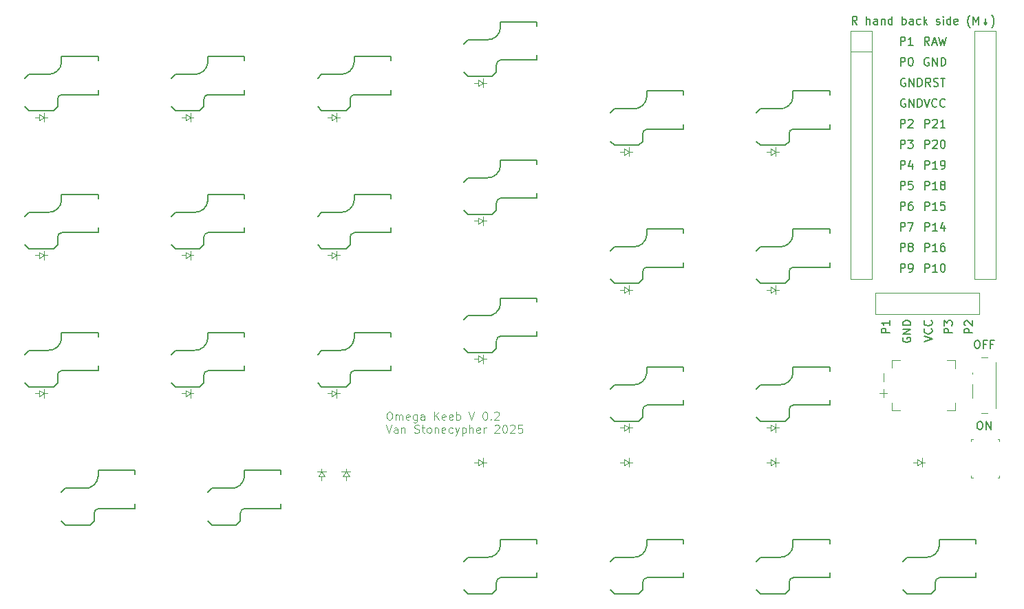
<source format=gbr>
%TF.GenerationSoftware,KiCad,Pcbnew,8.0.7*%
%TF.CreationDate,2025-01-05T11:09:37-06:00*%
%TF.ProjectId,omega_pcb_mbx_b0.2,6f6d6567-615f-4706-9362-5f6d62785f62,v1.0.0*%
%TF.SameCoordinates,Original*%
%TF.FileFunction,Legend,Top*%
%TF.FilePolarity,Positive*%
%FSLAX46Y46*%
G04 Gerber Fmt 4.6, Leading zero omitted, Abs format (unit mm)*
G04 Created by KiCad (PCBNEW 8.0.7) date 2025-01-05 11:09:37*
%MOMM*%
%LPD*%
G01*
G04 APERTURE LIST*
%ADD10C,0.100000*%
%ADD11C,0.150000*%
%ADD12C,0.120000*%
G04 APERTURE END LIST*
D10*
X82744360Y-91262475D02*
X82934836Y-91262475D01*
X82934836Y-91262475D02*
X83030074Y-91310094D01*
X83030074Y-91310094D02*
X83125312Y-91405332D01*
X83125312Y-91405332D02*
X83172931Y-91595808D01*
X83172931Y-91595808D02*
X83172931Y-91929141D01*
X83172931Y-91929141D02*
X83125312Y-92119617D01*
X83125312Y-92119617D02*
X83030074Y-92214856D01*
X83030074Y-92214856D02*
X82934836Y-92262475D01*
X82934836Y-92262475D02*
X82744360Y-92262475D01*
X82744360Y-92262475D02*
X82649122Y-92214856D01*
X82649122Y-92214856D02*
X82553884Y-92119617D01*
X82553884Y-92119617D02*
X82506265Y-91929141D01*
X82506265Y-91929141D02*
X82506265Y-91595808D01*
X82506265Y-91595808D02*
X82553884Y-91405332D01*
X82553884Y-91405332D02*
X82649122Y-91310094D01*
X82649122Y-91310094D02*
X82744360Y-91262475D01*
X83601503Y-92262475D02*
X83601503Y-91595808D01*
X83601503Y-91691046D02*
X83649122Y-91643427D01*
X83649122Y-91643427D02*
X83744360Y-91595808D01*
X83744360Y-91595808D02*
X83887217Y-91595808D01*
X83887217Y-91595808D02*
X83982455Y-91643427D01*
X83982455Y-91643427D02*
X84030074Y-91738665D01*
X84030074Y-91738665D02*
X84030074Y-92262475D01*
X84030074Y-91738665D02*
X84077693Y-91643427D01*
X84077693Y-91643427D02*
X84172931Y-91595808D01*
X84172931Y-91595808D02*
X84315788Y-91595808D01*
X84315788Y-91595808D02*
X84411027Y-91643427D01*
X84411027Y-91643427D02*
X84458646Y-91738665D01*
X84458646Y-91738665D02*
X84458646Y-92262475D01*
X85315788Y-92214856D02*
X85220550Y-92262475D01*
X85220550Y-92262475D02*
X85030074Y-92262475D01*
X85030074Y-92262475D02*
X84934836Y-92214856D01*
X84934836Y-92214856D02*
X84887217Y-92119617D01*
X84887217Y-92119617D02*
X84887217Y-91738665D01*
X84887217Y-91738665D02*
X84934836Y-91643427D01*
X84934836Y-91643427D02*
X85030074Y-91595808D01*
X85030074Y-91595808D02*
X85220550Y-91595808D01*
X85220550Y-91595808D02*
X85315788Y-91643427D01*
X85315788Y-91643427D02*
X85363407Y-91738665D01*
X85363407Y-91738665D02*
X85363407Y-91833903D01*
X85363407Y-91833903D02*
X84887217Y-91929141D01*
X86220550Y-91595808D02*
X86220550Y-92405332D01*
X86220550Y-92405332D02*
X86172931Y-92500570D01*
X86172931Y-92500570D02*
X86125312Y-92548189D01*
X86125312Y-92548189D02*
X86030074Y-92595808D01*
X86030074Y-92595808D02*
X85887217Y-92595808D01*
X85887217Y-92595808D02*
X85791979Y-92548189D01*
X86220550Y-92214856D02*
X86125312Y-92262475D01*
X86125312Y-92262475D02*
X85934836Y-92262475D01*
X85934836Y-92262475D02*
X85839598Y-92214856D01*
X85839598Y-92214856D02*
X85791979Y-92167236D01*
X85791979Y-92167236D02*
X85744360Y-92071998D01*
X85744360Y-92071998D02*
X85744360Y-91786284D01*
X85744360Y-91786284D02*
X85791979Y-91691046D01*
X85791979Y-91691046D02*
X85839598Y-91643427D01*
X85839598Y-91643427D02*
X85934836Y-91595808D01*
X85934836Y-91595808D02*
X86125312Y-91595808D01*
X86125312Y-91595808D02*
X86220550Y-91643427D01*
X87125312Y-92262475D02*
X87125312Y-91738665D01*
X87125312Y-91738665D02*
X87077693Y-91643427D01*
X87077693Y-91643427D02*
X86982455Y-91595808D01*
X86982455Y-91595808D02*
X86791979Y-91595808D01*
X86791979Y-91595808D02*
X86696741Y-91643427D01*
X87125312Y-92214856D02*
X87030074Y-92262475D01*
X87030074Y-92262475D02*
X86791979Y-92262475D01*
X86791979Y-92262475D02*
X86696741Y-92214856D01*
X86696741Y-92214856D02*
X86649122Y-92119617D01*
X86649122Y-92119617D02*
X86649122Y-92024379D01*
X86649122Y-92024379D02*
X86696741Y-91929141D01*
X86696741Y-91929141D02*
X86791979Y-91881522D01*
X86791979Y-91881522D02*
X87030074Y-91881522D01*
X87030074Y-91881522D02*
X87125312Y-91833903D01*
X88363408Y-92262475D02*
X88363408Y-91262475D01*
X88934836Y-92262475D02*
X88506265Y-91691046D01*
X88934836Y-91262475D02*
X88363408Y-91833903D01*
X89744360Y-92214856D02*
X89649122Y-92262475D01*
X89649122Y-92262475D02*
X89458646Y-92262475D01*
X89458646Y-92262475D02*
X89363408Y-92214856D01*
X89363408Y-92214856D02*
X89315789Y-92119617D01*
X89315789Y-92119617D02*
X89315789Y-91738665D01*
X89315789Y-91738665D02*
X89363408Y-91643427D01*
X89363408Y-91643427D02*
X89458646Y-91595808D01*
X89458646Y-91595808D02*
X89649122Y-91595808D01*
X89649122Y-91595808D02*
X89744360Y-91643427D01*
X89744360Y-91643427D02*
X89791979Y-91738665D01*
X89791979Y-91738665D02*
X89791979Y-91833903D01*
X89791979Y-91833903D02*
X89315789Y-91929141D01*
X90601503Y-92214856D02*
X90506265Y-92262475D01*
X90506265Y-92262475D02*
X90315789Y-92262475D01*
X90315789Y-92262475D02*
X90220551Y-92214856D01*
X90220551Y-92214856D02*
X90172932Y-92119617D01*
X90172932Y-92119617D02*
X90172932Y-91738665D01*
X90172932Y-91738665D02*
X90220551Y-91643427D01*
X90220551Y-91643427D02*
X90315789Y-91595808D01*
X90315789Y-91595808D02*
X90506265Y-91595808D01*
X90506265Y-91595808D02*
X90601503Y-91643427D01*
X90601503Y-91643427D02*
X90649122Y-91738665D01*
X90649122Y-91738665D02*
X90649122Y-91833903D01*
X90649122Y-91833903D02*
X90172932Y-91929141D01*
X91077694Y-92262475D02*
X91077694Y-91262475D01*
X91077694Y-91643427D02*
X91172932Y-91595808D01*
X91172932Y-91595808D02*
X91363408Y-91595808D01*
X91363408Y-91595808D02*
X91458646Y-91643427D01*
X91458646Y-91643427D02*
X91506265Y-91691046D01*
X91506265Y-91691046D02*
X91553884Y-91786284D01*
X91553884Y-91786284D02*
X91553884Y-92071998D01*
X91553884Y-92071998D02*
X91506265Y-92167236D01*
X91506265Y-92167236D02*
X91458646Y-92214856D01*
X91458646Y-92214856D02*
X91363408Y-92262475D01*
X91363408Y-92262475D02*
X91172932Y-92262475D01*
X91172932Y-92262475D02*
X91077694Y-92214856D01*
X92601504Y-91262475D02*
X92934837Y-92262475D01*
X92934837Y-92262475D02*
X93268170Y-91262475D01*
X94553885Y-91262475D02*
X94649123Y-91262475D01*
X94649123Y-91262475D02*
X94744361Y-91310094D01*
X94744361Y-91310094D02*
X94791980Y-91357713D01*
X94791980Y-91357713D02*
X94839599Y-91452951D01*
X94839599Y-91452951D02*
X94887218Y-91643427D01*
X94887218Y-91643427D02*
X94887218Y-91881522D01*
X94887218Y-91881522D02*
X94839599Y-92071998D01*
X94839599Y-92071998D02*
X94791980Y-92167236D01*
X94791980Y-92167236D02*
X94744361Y-92214856D01*
X94744361Y-92214856D02*
X94649123Y-92262475D01*
X94649123Y-92262475D02*
X94553885Y-92262475D01*
X94553885Y-92262475D02*
X94458647Y-92214856D01*
X94458647Y-92214856D02*
X94411028Y-92167236D01*
X94411028Y-92167236D02*
X94363409Y-92071998D01*
X94363409Y-92071998D02*
X94315790Y-91881522D01*
X94315790Y-91881522D02*
X94315790Y-91643427D01*
X94315790Y-91643427D02*
X94363409Y-91452951D01*
X94363409Y-91452951D02*
X94411028Y-91357713D01*
X94411028Y-91357713D02*
X94458647Y-91310094D01*
X94458647Y-91310094D02*
X94553885Y-91262475D01*
X95315790Y-92167236D02*
X95363409Y-92214856D01*
X95363409Y-92214856D02*
X95315790Y-92262475D01*
X95315790Y-92262475D02*
X95268171Y-92214856D01*
X95268171Y-92214856D02*
X95315790Y-92167236D01*
X95315790Y-92167236D02*
X95315790Y-92262475D01*
X95744361Y-91357713D02*
X95791980Y-91310094D01*
X95791980Y-91310094D02*
X95887218Y-91262475D01*
X95887218Y-91262475D02*
X96125313Y-91262475D01*
X96125313Y-91262475D02*
X96220551Y-91310094D01*
X96220551Y-91310094D02*
X96268170Y-91357713D01*
X96268170Y-91357713D02*
X96315789Y-91452951D01*
X96315789Y-91452951D02*
X96315789Y-91548189D01*
X96315789Y-91548189D02*
X96268170Y-91691046D01*
X96268170Y-91691046D02*
X95696742Y-92262475D01*
X95696742Y-92262475D02*
X96315789Y-92262475D01*
X82411027Y-92872419D02*
X82744360Y-93872419D01*
X82744360Y-93872419D02*
X83077693Y-92872419D01*
X83839598Y-93872419D02*
X83839598Y-93348609D01*
X83839598Y-93348609D02*
X83791979Y-93253371D01*
X83791979Y-93253371D02*
X83696741Y-93205752D01*
X83696741Y-93205752D02*
X83506265Y-93205752D01*
X83506265Y-93205752D02*
X83411027Y-93253371D01*
X83839598Y-93824800D02*
X83744360Y-93872419D01*
X83744360Y-93872419D02*
X83506265Y-93872419D01*
X83506265Y-93872419D02*
X83411027Y-93824800D01*
X83411027Y-93824800D02*
X83363408Y-93729561D01*
X83363408Y-93729561D02*
X83363408Y-93634323D01*
X83363408Y-93634323D02*
X83411027Y-93539085D01*
X83411027Y-93539085D02*
X83506265Y-93491466D01*
X83506265Y-93491466D02*
X83744360Y-93491466D01*
X83744360Y-93491466D02*
X83839598Y-93443847D01*
X84315789Y-93205752D02*
X84315789Y-93872419D01*
X84315789Y-93300990D02*
X84363408Y-93253371D01*
X84363408Y-93253371D02*
X84458646Y-93205752D01*
X84458646Y-93205752D02*
X84601503Y-93205752D01*
X84601503Y-93205752D02*
X84696741Y-93253371D01*
X84696741Y-93253371D02*
X84744360Y-93348609D01*
X84744360Y-93348609D02*
X84744360Y-93872419D01*
X85934837Y-93824800D02*
X86077694Y-93872419D01*
X86077694Y-93872419D02*
X86315789Y-93872419D01*
X86315789Y-93872419D02*
X86411027Y-93824800D01*
X86411027Y-93824800D02*
X86458646Y-93777180D01*
X86458646Y-93777180D02*
X86506265Y-93681942D01*
X86506265Y-93681942D02*
X86506265Y-93586704D01*
X86506265Y-93586704D02*
X86458646Y-93491466D01*
X86458646Y-93491466D02*
X86411027Y-93443847D01*
X86411027Y-93443847D02*
X86315789Y-93396228D01*
X86315789Y-93396228D02*
X86125313Y-93348609D01*
X86125313Y-93348609D02*
X86030075Y-93300990D01*
X86030075Y-93300990D02*
X85982456Y-93253371D01*
X85982456Y-93253371D02*
X85934837Y-93158133D01*
X85934837Y-93158133D02*
X85934837Y-93062895D01*
X85934837Y-93062895D02*
X85982456Y-92967657D01*
X85982456Y-92967657D02*
X86030075Y-92920038D01*
X86030075Y-92920038D02*
X86125313Y-92872419D01*
X86125313Y-92872419D02*
X86363408Y-92872419D01*
X86363408Y-92872419D02*
X86506265Y-92920038D01*
X86791980Y-93205752D02*
X87172932Y-93205752D01*
X86934837Y-92872419D02*
X86934837Y-93729561D01*
X86934837Y-93729561D02*
X86982456Y-93824800D01*
X86982456Y-93824800D02*
X87077694Y-93872419D01*
X87077694Y-93872419D02*
X87172932Y-93872419D01*
X87649123Y-93872419D02*
X87553885Y-93824800D01*
X87553885Y-93824800D02*
X87506266Y-93777180D01*
X87506266Y-93777180D02*
X87458647Y-93681942D01*
X87458647Y-93681942D02*
X87458647Y-93396228D01*
X87458647Y-93396228D02*
X87506266Y-93300990D01*
X87506266Y-93300990D02*
X87553885Y-93253371D01*
X87553885Y-93253371D02*
X87649123Y-93205752D01*
X87649123Y-93205752D02*
X87791980Y-93205752D01*
X87791980Y-93205752D02*
X87887218Y-93253371D01*
X87887218Y-93253371D02*
X87934837Y-93300990D01*
X87934837Y-93300990D02*
X87982456Y-93396228D01*
X87982456Y-93396228D02*
X87982456Y-93681942D01*
X87982456Y-93681942D02*
X87934837Y-93777180D01*
X87934837Y-93777180D02*
X87887218Y-93824800D01*
X87887218Y-93824800D02*
X87791980Y-93872419D01*
X87791980Y-93872419D02*
X87649123Y-93872419D01*
X88411028Y-93205752D02*
X88411028Y-93872419D01*
X88411028Y-93300990D02*
X88458647Y-93253371D01*
X88458647Y-93253371D02*
X88553885Y-93205752D01*
X88553885Y-93205752D02*
X88696742Y-93205752D01*
X88696742Y-93205752D02*
X88791980Y-93253371D01*
X88791980Y-93253371D02*
X88839599Y-93348609D01*
X88839599Y-93348609D02*
X88839599Y-93872419D01*
X89696742Y-93824800D02*
X89601504Y-93872419D01*
X89601504Y-93872419D02*
X89411028Y-93872419D01*
X89411028Y-93872419D02*
X89315790Y-93824800D01*
X89315790Y-93824800D02*
X89268171Y-93729561D01*
X89268171Y-93729561D02*
X89268171Y-93348609D01*
X89268171Y-93348609D02*
X89315790Y-93253371D01*
X89315790Y-93253371D02*
X89411028Y-93205752D01*
X89411028Y-93205752D02*
X89601504Y-93205752D01*
X89601504Y-93205752D02*
X89696742Y-93253371D01*
X89696742Y-93253371D02*
X89744361Y-93348609D01*
X89744361Y-93348609D02*
X89744361Y-93443847D01*
X89744361Y-93443847D02*
X89268171Y-93539085D01*
X90601504Y-93824800D02*
X90506266Y-93872419D01*
X90506266Y-93872419D02*
X90315790Y-93872419D01*
X90315790Y-93872419D02*
X90220552Y-93824800D01*
X90220552Y-93824800D02*
X90172933Y-93777180D01*
X90172933Y-93777180D02*
X90125314Y-93681942D01*
X90125314Y-93681942D02*
X90125314Y-93396228D01*
X90125314Y-93396228D02*
X90172933Y-93300990D01*
X90172933Y-93300990D02*
X90220552Y-93253371D01*
X90220552Y-93253371D02*
X90315790Y-93205752D01*
X90315790Y-93205752D02*
X90506266Y-93205752D01*
X90506266Y-93205752D02*
X90601504Y-93253371D01*
X90934838Y-93205752D02*
X91172933Y-93872419D01*
X91411028Y-93205752D02*
X91172933Y-93872419D01*
X91172933Y-93872419D02*
X91077695Y-94110514D01*
X91077695Y-94110514D02*
X91030076Y-94158133D01*
X91030076Y-94158133D02*
X90934838Y-94205752D01*
X91791981Y-93205752D02*
X91791981Y-94205752D01*
X91791981Y-93253371D02*
X91887219Y-93205752D01*
X91887219Y-93205752D02*
X92077695Y-93205752D01*
X92077695Y-93205752D02*
X92172933Y-93253371D01*
X92172933Y-93253371D02*
X92220552Y-93300990D01*
X92220552Y-93300990D02*
X92268171Y-93396228D01*
X92268171Y-93396228D02*
X92268171Y-93681942D01*
X92268171Y-93681942D02*
X92220552Y-93777180D01*
X92220552Y-93777180D02*
X92172933Y-93824800D01*
X92172933Y-93824800D02*
X92077695Y-93872419D01*
X92077695Y-93872419D02*
X91887219Y-93872419D01*
X91887219Y-93872419D02*
X91791981Y-93824800D01*
X92696743Y-93872419D02*
X92696743Y-92872419D01*
X93125314Y-93872419D02*
X93125314Y-93348609D01*
X93125314Y-93348609D02*
X93077695Y-93253371D01*
X93077695Y-93253371D02*
X92982457Y-93205752D01*
X92982457Y-93205752D02*
X92839600Y-93205752D01*
X92839600Y-93205752D02*
X92744362Y-93253371D01*
X92744362Y-93253371D02*
X92696743Y-93300990D01*
X93982457Y-93824800D02*
X93887219Y-93872419D01*
X93887219Y-93872419D02*
X93696743Y-93872419D01*
X93696743Y-93872419D02*
X93601505Y-93824800D01*
X93601505Y-93824800D02*
X93553886Y-93729561D01*
X93553886Y-93729561D02*
X93553886Y-93348609D01*
X93553886Y-93348609D02*
X93601505Y-93253371D01*
X93601505Y-93253371D02*
X93696743Y-93205752D01*
X93696743Y-93205752D02*
X93887219Y-93205752D01*
X93887219Y-93205752D02*
X93982457Y-93253371D01*
X93982457Y-93253371D02*
X94030076Y-93348609D01*
X94030076Y-93348609D02*
X94030076Y-93443847D01*
X94030076Y-93443847D02*
X93553886Y-93539085D01*
X94458648Y-93872419D02*
X94458648Y-93205752D01*
X94458648Y-93396228D02*
X94506267Y-93300990D01*
X94506267Y-93300990D02*
X94553886Y-93253371D01*
X94553886Y-93253371D02*
X94649124Y-93205752D01*
X94649124Y-93205752D02*
X94744362Y-93205752D01*
X95791982Y-92967657D02*
X95839601Y-92920038D01*
X95839601Y-92920038D02*
X95934839Y-92872419D01*
X95934839Y-92872419D02*
X96172934Y-92872419D01*
X96172934Y-92872419D02*
X96268172Y-92920038D01*
X96268172Y-92920038D02*
X96315791Y-92967657D01*
X96315791Y-92967657D02*
X96363410Y-93062895D01*
X96363410Y-93062895D02*
X96363410Y-93158133D01*
X96363410Y-93158133D02*
X96315791Y-93300990D01*
X96315791Y-93300990D02*
X95744363Y-93872419D01*
X95744363Y-93872419D02*
X96363410Y-93872419D01*
X96982458Y-92872419D02*
X97077696Y-92872419D01*
X97077696Y-92872419D02*
X97172934Y-92920038D01*
X97172934Y-92920038D02*
X97220553Y-92967657D01*
X97220553Y-92967657D02*
X97268172Y-93062895D01*
X97268172Y-93062895D02*
X97315791Y-93253371D01*
X97315791Y-93253371D02*
X97315791Y-93491466D01*
X97315791Y-93491466D02*
X97268172Y-93681942D01*
X97268172Y-93681942D02*
X97220553Y-93777180D01*
X97220553Y-93777180D02*
X97172934Y-93824800D01*
X97172934Y-93824800D02*
X97077696Y-93872419D01*
X97077696Y-93872419D02*
X96982458Y-93872419D01*
X96982458Y-93872419D02*
X96887220Y-93824800D01*
X96887220Y-93824800D02*
X96839601Y-93777180D01*
X96839601Y-93777180D02*
X96791982Y-93681942D01*
X96791982Y-93681942D02*
X96744363Y-93491466D01*
X96744363Y-93491466D02*
X96744363Y-93253371D01*
X96744363Y-93253371D02*
X96791982Y-93062895D01*
X96791982Y-93062895D02*
X96839601Y-92967657D01*
X96839601Y-92967657D02*
X96887220Y-92920038D01*
X96887220Y-92920038D02*
X96982458Y-92872419D01*
X97696744Y-92967657D02*
X97744363Y-92920038D01*
X97744363Y-92920038D02*
X97839601Y-92872419D01*
X97839601Y-92872419D02*
X98077696Y-92872419D01*
X98077696Y-92872419D02*
X98172934Y-92920038D01*
X98172934Y-92920038D02*
X98220553Y-92967657D01*
X98220553Y-92967657D02*
X98268172Y-93062895D01*
X98268172Y-93062895D02*
X98268172Y-93158133D01*
X98268172Y-93158133D02*
X98220553Y-93300990D01*
X98220553Y-93300990D02*
X97649125Y-93872419D01*
X97649125Y-93872419D02*
X98268172Y-93872419D01*
X99172934Y-92872419D02*
X98696744Y-92872419D01*
X98696744Y-92872419D02*
X98649125Y-93348609D01*
X98649125Y-93348609D02*
X98696744Y-93300990D01*
X98696744Y-93300990D02*
X98791982Y-93253371D01*
X98791982Y-93253371D02*
X99030077Y-93253371D01*
X99030077Y-93253371D02*
X99125315Y-93300990D01*
X99125315Y-93300990D02*
X99172934Y-93348609D01*
X99172934Y-93348609D02*
X99220553Y-93443847D01*
X99220553Y-93443847D02*
X99220553Y-93681942D01*
X99220553Y-93681942D02*
X99172934Y-93777180D01*
X99172934Y-93777180D02*
X99125315Y-93824800D01*
X99125315Y-93824800D02*
X99030077Y-93872419D01*
X99030077Y-93872419D02*
X98791982Y-93872419D01*
X98791982Y-93872419D02*
X98696744Y-93824800D01*
X98696744Y-93824800D02*
X98649125Y-93777180D01*
D11*
X144374819Y-81562969D02*
X143374819Y-81562969D01*
X143374819Y-81562969D02*
X143374819Y-81182017D01*
X143374819Y-81182017D02*
X143422438Y-81086779D01*
X143422438Y-81086779D02*
X143470057Y-81039160D01*
X143470057Y-81039160D02*
X143565295Y-80991541D01*
X143565295Y-80991541D02*
X143708152Y-80991541D01*
X143708152Y-80991541D02*
X143803390Y-81039160D01*
X143803390Y-81039160D02*
X143851009Y-81086779D01*
X143851009Y-81086779D02*
X143898628Y-81182017D01*
X143898628Y-81182017D02*
X143898628Y-81562969D01*
X144374819Y-80039160D02*
X144374819Y-80610588D01*
X144374819Y-80324874D02*
X143374819Y-80324874D01*
X143374819Y-80324874D02*
X143517676Y-80420112D01*
X143517676Y-80420112D02*
X143612914Y-80515350D01*
X143612914Y-80515350D02*
X143660533Y-80610588D01*
X146022438Y-82134398D02*
X145974819Y-82229636D01*
X145974819Y-82229636D02*
X145974819Y-82372493D01*
X145974819Y-82372493D02*
X146022438Y-82515350D01*
X146022438Y-82515350D02*
X146117676Y-82610588D01*
X146117676Y-82610588D02*
X146212914Y-82658207D01*
X146212914Y-82658207D02*
X146403390Y-82705826D01*
X146403390Y-82705826D02*
X146546247Y-82705826D01*
X146546247Y-82705826D02*
X146736723Y-82658207D01*
X146736723Y-82658207D02*
X146831961Y-82610588D01*
X146831961Y-82610588D02*
X146927200Y-82515350D01*
X146927200Y-82515350D02*
X146974819Y-82372493D01*
X146974819Y-82372493D02*
X146974819Y-82277255D01*
X146974819Y-82277255D02*
X146927200Y-82134398D01*
X146927200Y-82134398D02*
X146879580Y-82086779D01*
X146879580Y-82086779D02*
X146546247Y-82086779D01*
X146546247Y-82086779D02*
X146546247Y-82277255D01*
X146974819Y-81658207D02*
X145974819Y-81658207D01*
X145974819Y-81658207D02*
X146974819Y-81086779D01*
X146974819Y-81086779D02*
X145974819Y-81086779D01*
X146974819Y-80610588D02*
X145974819Y-80610588D01*
X145974819Y-80610588D02*
X145974819Y-80372493D01*
X145974819Y-80372493D02*
X146022438Y-80229636D01*
X146022438Y-80229636D02*
X146117676Y-80134398D01*
X146117676Y-80134398D02*
X146212914Y-80086779D01*
X146212914Y-80086779D02*
X146403390Y-80039160D01*
X146403390Y-80039160D02*
X146546247Y-80039160D01*
X146546247Y-80039160D02*
X146736723Y-80086779D01*
X146736723Y-80086779D02*
X146831961Y-80134398D01*
X146831961Y-80134398D02*
X146927200Y-80229636D01*
X146927200Y-80229636D02*
X146974819Y-80372493D01*
X146974819Y-80372493D02*
X146974819Y-80610588D01*
X154574819Y-81562969D02*
X153574819Y-81562969D01*
X153574819Y-81562969D02*
X153574819Y-81182017D01*
X153574819Y-81182017D02*
X153622438Y-81086779D01*
X153622438Y-81086779D02*
X153670057Y-81039160D01*
X153670057Y-81039160D02*
X153765295Y-80991541D01*
X153765295Y-80991541D02*
X153908152Y-80991541D01*
X153908152Y-80991541D02*
X154003390Y-81039160D01*
X154003390Y-81039160D02*
X154051009Y-81086779D01*
X154051009Y-81086779D02*
X154098628Y-81182017D01*
X154098628Y-81182017D02*
X154098628Y-81562969D01*
X153670057Y-80610588D02*
X153622438Y-80562969D01*
X153622438Y-80562969D02*
X153574819Y-80467731D01*
X153574819Y-80467731D02*
X153574819Y-80229636D01*
X153574819Y-80229636D02*
X153622438Y-80134398D01*
X153622438Y-80134398D02*
X153670057Y-80086779D01*
X153670057Y-80086779D02*
X153765295Y-80039160D01*
X153765295Y-80039160D02*
X153860533Y-80039160D01*
X153860533Y-80039160D02*
X154003390Y-80086779D01*
X154003390Y-80086779D02*
X154574819Y-80658207D01*
X154574819Y-80658207D02*
X154574819Y-80039160D01*
X152074819Y-81562969D02*
X151074819Y-81562969D01*
X151074819Y-81562969D02*
X151074819Y-81182017D01*
X151074819Y-81182017D02*
X151122438Y-81086779D01*
X151122438Y-81086779D02*
X151170057Y-81039160D01*
X151170057Y-81039160D02*
X151265295Y-80991541D01*
X151265295Y-80991541D02*
X151408152Y-80991541D01*
X151408152Y-80991541D02*
X151503390Y-81039160D01*
X151503390Y-81039160D02*
X151551009Y-81086779D01*
X151551009Y-81086779D02*
X151598628Y-81182017D01*
X151598628Y-81182017D02*
X151598628Y-81562969D01*
X151074819Y-80658207D02*
X151074819Y-80039160D01*
X151074819Y-80039160D02*
X151455771Y-80372493D01*
X151455771Y-80372493D02*
X151455771Y-80229636D01*
X151455771Y-80229636D02*
X151503390Y-80134398D01*
X151503390Y-80134398D02*
X151551009Y-80086779D01*
X151551009Y-80086779D02*
X151646247Y-80039160D01*
X151646247Y-80039160D02*
X151884342Y-80039160D01*
X151884342Y-80039160D02*
X151979580Y-80086779D01*
X151979580Y-80086779D02*
X152027200Y-80134398D01*
X152027200Y-80134398D02*
X152074819Y-80229636D01*
X152074819Y-80229636D02*
X152074819Y-80515350D01*
X152074819Y-80515350D02*
X152027200Y-80610588D01*
X152027200Y-80610588D02*
X151979580Y-80658207D01*
X148604819Y-82610588D02*
X149604819Y-82277255D01*
X149604819Y-82277255D02*
X148604819Y-81943922D01*
X149509580Y-81039160D02*
X149557200Y-81086779D01*
X149557200Y-81086779D02*
X149604819Y-81229636D01*
X149604819Y-81229636D02*
X149604819Y-81324874D01*
X149604819Y-81324874D02*
X149557200Y-81467731D01*
X149557200Y-81467731D02*
X149461961Y-81562969D01*
X149461961Y-81562969D02*
X149366723Y-81610588D01*
X149366723Y-81610588D02*
X149176247Y-81658207D01*
X149176247Y-81658207D02*
X149033390Y-81658207D01*
X149033390Y-81658207D02*
X148842914Y-81610588D01*
X148842914Y-81610588D02*
X148747676Y-81562969D01*
X148747676Y-81562969D02*
X148652438Y-81467731D01*
X148652438Y-81467731D02*
X148604819Y-81324874D01*
X148604819Y-81324874D02*
X148604819Y-81229636D01*
X148604819Y-81229636D02*
X148652438Y-81086779D01*
X148652438Y-81086779D02*
X148700057Y-81039160D01*
X149509580Y-80039160D02*
X149557200Y-80086779D01*
X149557200Y-80086779D02*
X149604819Y-80229636D01*
X149604819Y-80229636D02*
X149604819Y-80324874D01*
X149604819Y-80324874D02*
X149557200Y-80467731D01*
X149557200Y-80467731D02*
X149461961Y-80562969D01*
X149461961Y-80562969D02*
X149366723Y-80610588D01*
X149366723Y-80610588D02*
X149176247Y-80658207D01*
X149176247Y-80658207D02*
X149033390Y-80658207D01*
X149033390Y-80658207D02*
X148842914Y-80610588D01*
X148842914Y-80610588D02*
X148747676Y-80562969D01*
X148747676Y-80562969D02*
X148652438Y-80467731D01*
X148652438Y-80467731D02*
X148604819Y-80324874D01*
X148604819Y-80324874D02*
X148604819Y-80229636D01*
X148604819Y-80229636D02*
X148652438Y-80086779D01*
X148652438Y-80086779D02*
X148700057Y-80039160D01*
X148735714Y-66424819D02*
X148735714Y-65424819D01*
X148735714Y-65424819D02*
X149116666Y-65424819D01*
X149116666Y-65424819D02*
X149211904Y-65472438D01*
X149211904Y-65472438D02*
X149259523Y-65520057D01*
X149259523Y-65520057D02*
X149307142Y-65615295D01*
X149307142Y-65615295D02*
X149307142Y-65758152D01*
X149307142Y-65758152D02*
X149259523Y-65853390D01*
X149259523Y-65853390D02*
X149211904Y-65901009D01*
X149211904Y-65901009D02*
X149116666Y-65948628D01*
X149116666Y-65948628D02*
X148735714Y-65948628D01*
X150259523Y-66424819D02*
X149688095Y-66424819D01*
X149973809Y-66424819D02*
X149973809Y-65424819D01*
X149973809Y-65424819D02*
X149878571Y-65567676D01*
X149878571Y-65567676D02*
X149783333Y-65662914D01*
X149783333Y-65662914D02*
X149688095Y-65710533D01*
X151164285Y-65424819D02*
X150688095Y-65424819D01*
X150688095Y-65424819D02*
X150640476Y-65901009D01*
X150640476Y-65901009D02*
X150688095Y-65853390D01*
X150688095Y-65853390D02*
X150783333Y-65805771D01*
X150783333Y-65805771D02*
X151021428Y-65805771D01*
X151021428Y-65805771D02*
X151116666Y-65853390D01*
X151116666Y-65853390D02*
X151164285Y-65901009D01*
X151164285Y-65901009D02*
X151211904Y-65996247D01*
X151211904Y-65996247D02*
X151211904Y-66234342D01*
X151211904Y-66234342D02*
X151164285Y-66329580D01*
X151164285Y-66329580D02*
X151116666Y-66377200D01*
X151116666Y-66377200D02*
X151021428Y-66424819D01*
X151021428Y-66424819D02*
X150783333Y-66424819D01*
X150783333Y-66424819D02*
X150688095Y-66377200D01*
X150688095Y-66377200D02*
X150640476Y-66329580D01*
X148735714Y-56264819D02*
X148735714Y-55264819D01*
X148735714Y-55264819D02*
X149116666Y-55264819D01*
X149116666Y-55264819D02*
X149211904Y-55312438D01*
X149211904Y-55312438D02*
X149259523Y-55360057D01*
X149259523Y-55360057D02*
X149307142Y-55455295D01*
X149307142Y-55455295D02*
X149307142Y-55598152D01*
X149307142Y-55598152D02*
X149259523Y-55693390D01*
X149259523Y-55693390D02*
X149211904Y-55741009D01*
X149211904Y-55741009D02*
X149116666Y-55788628D01*
X149116666Y-55788628D02*
X148735714Y-55788628D01*
X149688095Y-55360057D02*
X149735714Y-55312438D01*
X149735714Y-55312438D02*
X149830952Y-55264819D01*
X149830952Y-55264819D02*
X150069047Y-55264819D01*
X150069047Y-55264819D02*
X150164285Y-55312438D01*
X150164285Y-55312438D02*
X150211904Y-55360057D01*
X150211904Y-55360057D02*
X150259523Y-55455295D01*
X150259523Y-55455295D02*
X150259523Y-55550533D01*
X150259523Y-55550533D02*
X150211904Y-55693390D01*
X150211904Y-55693390D02*
X149640476Y-56264819D01*
X149640476Y-56264819D02*
X150259523Y-56264819D01*
X151211904Y-56264819D02*
X150640476Y-56264819D01*
X150926190Y-56264819D02*
X150926190Y-55264819D01*
X150926190Y-55264819D02*
X150830952Y-55407676D01*
X150830952Y-55407676D02*
X150735714Y-55502914D01*
X150735714Y-55502914D02*
X150640476Y-55550533D01*
X145721905Y-58804819D02*
X145721905Y-57804819D01*
X145721905Y-57804819D02*
X146102857Y-57804819D01*
X146102857Y-57804819D02*
X146198095Y-57852438D01*
X146198095Y-57852438D02*
X146245714Y-57900057D01*
X146245714Y-57900057D02*
X146293333Y-57995295D01*
X146293333Y-57995295D02*
X146293333Y-58138152D01*
X146293333Y-58138152D02*
X146245714Y-58233390D01*
X146245714Y-58233390D02*
X146198095Y-58281009D01*
X146198095Y-58281009D02*
X146102857Y-58328628D01*
X146102857Y-58328628D02*
X145721905Y-58328628D01*
X146626667Y-57804819D02*
X147245714Y-57804819D01*
X147245714Y-57804819D02*
X146912381Y-58185771D01*
X146912381Y-58185771D02*
X147055238Y-58185771D01*
X147055238Y-58185771D02*
X147150476Y-58233390D01*
X147150476Y-58233390D02*
X147198095Y-58281009D01*
X147198095Y-58281009D02*
X147245714Y-58376247D01*
X147245714Y-58376247D02*
X147245714Y-58614342D01*
X147245714Y-58614342D02*
X147198095Y-58709580D01*
X147198095Y-58709580D02*
X147150476Y-58757200D01*
X147150476Y-58757200D02*
X147055238Y-58804819D01*
X147055238Y-58804819D02*
X146769524Y-58804819D01*
X146769524Y-58804819D02*
X146674286Y-58757200D01*
X146674286Y-58757200D02*
X146626667Y-58709580D01*
X145721905Y-46104819D02*
X145721905Y-45104819D01*
X145721905Y-45104819D02*
X146102857Y-45104819D01*
X146102857Y-45104819D02*
X146198095Y-45152438D01*
X146198095Y-45152438D02*
X146245714Y-45200057D01*
X146245714Y-45200057D02*
X146293333Y-45295295D01*
X146293333Y-45295295D02*
X146293333Y-45438152D01*
X146293333Y-45438152D02*
X146245714Y-45533390D01*
X146245714Y-45533390D02*
X146198095Y-45581009D01*
X146198095Y-45581009D02*
X146102857Y-45628628D01*
X146102857Y-45628628D02*
X145721905Y-45628628D01*
X147245714Y-46104819D02*
X146674286Y-46104819D01*
X146960000Y-46104819D02*
X146960000Y-45104819D01*
X146960000Y-45104819D02*
X146864762Y-45247676D01*
X146864762Y-45247676D02*
X146769524Y-45342914D01*
X146769524Y-45342914D02*
X146674286Y-45390533D01*
X145721905Y-56264819D02*
X145721905Y-55264819D01*
X145721905Y-55264819D02*
X146102857Y-55264819D01*
X146102857Y-55264819D02*
X146198095Y-55312438D01*
X146198095Y-55312438D02*
X146245714Y-55360057D01*
X146245714Y-55360057D02*
X146293333Y-55455295D01*
X146293333Y-55455295D02*
X146293333Y-55598152D01*
X146293333Y-55598152D02*
X146245714Y-55693390D01*
X146245714Y-55693390D02*
X146198095Y-55741009D01*
X146198095Y-55741009D02*
X146102857Y-55788628D01*
X146102857Y-55788628D02*
X145721905Y-55788628D01*
X146674286Y-55360057D02*
X146721905Y-55312438D01*
X146721905Y-55312438D02*
X146817143Y-55264819D01*
X146817143Y-55264819D02*
X147055238Y-55264819D01*
X147055238Y-55264819D02*
X147150476Y-55312438D01*
X147150476Y-55312438D02*
X147198095Y-55360057D01*
X147198095Y-55360057D02*
X147245714Y-55455295D01*
X147245714Y-55455295D02*
X147245714Y-55550533D01*
X147245714Y-55550533D02*
X147198095Y-55693390D01*
X147198095Y-55693390D02*
X146626667Y-56264819D01*
X146626667Y-56264819D02*
X147245714Y-56264819D01*
X149188095Y-47692438D02*
X149092857Y-47644819D01*
X149092857Y-47644819D02*
X148950000Y-47644819D01*
X148950000Y-47644819D02*
X148807143Y-47692438D01*
X148807143Y-47692438D02*
X148711905Y-47787676D01*
X148711905Y-47787676D02*
X148664286Y-47882914D01*
X148664286Y-47882914D02*
X148616667Y-48073390D01*
X148616667Y-48073390D02*
X148616667Y-48216247D01*
X148616667Y-48216247D02*
X148664286Y-48406723D01*
X148664286Y-48406723D02*
X148711905Y-48501961D01*
X148711905Y-48501961D02*
X148807143Y-48597200D01*
X148807143Y-48597200D02*
X148950000Y-48644819D01*
X148950000Y-48644819D02*
X149045238Y-48644819D01*
X149045238Y-48644819D02*
X149188095Y-48597200D01*
X149188095Y-48597200D02*
X149235714Y-48549580D01*
X149235714Y-48549580D02*
X149235714Y-48216247D01*
X149235714Y-48216247D02*
X149045238Y-48216247D01*
X149664286Y-48644819D02*
X149664286Y-47644819D01*
X149664286Y-47644819D02*
X150235714Y-48644819D01*
X150235714Y-48644819D02*
X150235714Y-47644819D01*
X150711905Y-48644819D02*
X150711905Y-47644819D01*
X150711905Y-47644819D02*
X150950000Y-47644819D01*
X150950000Y-47644819D02*
X151092857Y-47692438D01*
X151092857Y-47692438D02*
X151188095Y-47787676D01*
X151188095Y-47787676D02*
X151235714Y-47882914D01*
X151235714Y-47882914D02*
X151283333Y-48073390D01*
X151283333Y-48073390D02*
X151283333Y-48216247D01*
X151283333Y-48216247D02*
X151235714Y-48406723D01*
X151235714Y-48406723D02*
X151188095Y-48501961D01*
X151188095Y-48501961D02*
X151092857Y-48597200D01*
X151092857Y-48597200D02*
X150950000Y-48644819D01*
X150950000Y-48644819D02*
X150711905Y-48644819D01*
X145721905Y-61344819D02*
X145721905Y-60344819D01*
X145721905Y-60344819D02*
X146102857Y-60344819D01*
X146102857Y-60344819D02*
X146198095Y-60392438D01*
X146198095Y-60392438D02*
X146245714Y-60440057D01*
X146245714Y-60440057D02*
X146293333Y-60535295D01*
X146293333Y-60535295D02*
X146293333Y-60678152D01*
X146293333Y-60678152D02*
X146245714Y-60773390D01*
X146245714Y-60773390D02*
X146198095Y-60821009D01*
X146198095Y-60821009D02*
X146102857Y-60868628D01*
X146102857Y-60868628D02*
X145721905Y-60868628D01*
X147150476Y-60678152D02*
X147150476Y-61344819D01*
X146912381Y-60297200D02*
X146674286Y-61011485D01*
X146674286Y-61011485D02*
X147293333Y-61011485D01*
X149402380Y-51184819D02*
X149069047Y-50708628D01*
X148830952Y-51184819D02*
X148830952Y-50184819D01*
X148830952Y-50184819D02*
X149211904Y-50184819D01*
X149211904Y-50184819D02*
X149307142Y-50232438D01*
X149307142Y-50232438D02*
X149354761Y-50280057D01*
X149354761Y-50280057D02*
X149402380Y-50375295D01*
X149402380Y-50375295D02*
X149402380Y-50518152D01*
X149402380Y-50518152D02*
X149354761Y-50613390D01*
X149354761Y-50613390D02*
X149307142Y-50661009D01*
X149307142Y-50661009D02*
X149211904Y-50708628D01*
X149211904Y-50708628D02*
X148830952Y-50708628D01*
X149783333Y-51137200D02*
X149926190Y-51184819D01*
X149926190Y-51184819D02*
X150164285Y-51184819D01*
X150164285Y-51184819D02*
X150259523Y-51137200D01*
X150259523Y-51137200D02*
X150307142Y-51089580D01*
X150307142Y-51089580D02*
X150354761Y-50994342D01*
X150354761Y-50994342D02*
X150354761Y-50899104D01*
X150354761Y-50899104D02*
X150307142Y-50803866D01*
X150307142Y-50803866D02*
X150259523Y-50756247D01*
X150259523Y-50756247D02*
X150164285Y-50708628D01*
X150164285Y-50708628D02*
X149973809Y-50661009D01*
X149973809Y-50661009D02*
X149878571Y-50613390D01*
X149878571Y-50613390D02*
X149830952Y-50565771D01*
X149830952Y-50565771D02*
X149783333Y-50470533D01*
X149783333Y-50470533D02*
X149783333Y-50375295D01*
X149783333Y-50375295D02*
X149830952Y-50280057D01*
X149830952Y-50280057D02*
X149878571Y-50232438D01*
X149878571Y-50232438D02*
X149973809Y-50184819D01*
X149973809Y-50184819D02*
X150211904Y-50184819D01*
X150211904Y-50184819D02*
X150354761Y-50232438D01*
X150640476Y-50184819D02*
X151211904Y-50184819D01*
X150926190Y-51184819D02*
X150926190Y-50184819D01*
X149259523Y-46104819D02*
X148926190Y-45628628D01*
X148688095Y-46104819D02*
X148688095Y-45104819D01*
X148688095Y-45104819D02*
X149069047Y-45104819D01*
X149069047Y-45104819D02*
X149164285Y-45152438D01*
X149164285Y-45152438D02*
X149211904Y-45200057D01*
X149211904Y-45200057D02*
X149259523Y-45295295D01*
X149259523Y-45295295D02*
X149259523Y-45438152D01*
X149259523Y-45438152D02*
X149211904Y-45533390D01*
X149211904Y-45533390D02*
X149164285Y-45581009D01*
X149164285Y-45581009D02*
X149069047Y-45628628D01*
X149069047Y-45628628D02*
X148688095Y-45628628D01*
X149640476Y-45819104D02*
X150116666Y-45819104D01*
X149545238Y-46104819D02*
X149878571Y-45104819D01*
X149878571Y-45104819D02*
X150211904Y-46104819D01*
X150450000Y-45104819D02*
X150688095Y-46104819D01*
X150688095Y-46104819D02*
X150878571Y-45390533D01*
X150878571Y-45390533D02*
X151069047Y-46104819D01*
X151069047Y-46104819D02*
X151307143Y-45104819D01*
X148735714Y-68964819D02*
X148735714Y-67964819D01*
X148735714Y-67964819D02*
X149116666Y-67964819D01*
X149116666Y-67964819D02*
X149211904Y-68012438D01*
X149211904Y-68012438D02*
X149259523Y-68060057D01*
X149259523Y-68060057D02*
X149307142Y-68155295D01*
X149307142Y-68155295D02*
X149307142Y-68298152D01*
X149307142Y-68298152D02*
X149259523Y-68393390D01*
X149259523Y-68393390D02*
X149211904Y-68441009D01*
X149211904Y-68441009D02*
X149116666Y-68488628D01*
X149116666Y-68488628D02*
X148735714Y-68488628D01*
X150259523Y-68964819D02*
X149688095Y-68964819D01*
X149973809Y-68964819D02*
X149973809Y-67964819D01*
X149973809Y-67964819D02*
X149878571Y-68107676D01*
X149878571Y-68107676D02*
X149783333Y-68202914D01*
X149783333Y-68202914D02*
X149688095Y-68250533D01*
X151116666Y-68298152D02*
X151116666Y-68964819D01*
X150878571Y-67917200D02*
X150640476Y-68631485D01*
X150640476Y-68631485D02*
X151259523Y-68631485D01*
X145721905Y-66424819D02*
X145721905Y-65424819D01*
X145721905Y-65424819D02*
X146102857Y-65424819D01*
X146102857Y-65424819D02*
X146198095Y-65472438D01*
X146198095Y-65472438D02*
X146245714Y-65520057D01*
X146245714Y-65520057D02*
X146293333Y-65615295D01*
X146293333Y-65615295D02*
X146293333Y-65758152D01*
X146293333Y-65758152D02*
X146245714Y-65853390D01*
X146245714Y-65853390D02*
X146198095Y-65901009D01*
X146198095Y-65901009D02*
X146102857Y-65948628D01*
X146102857Y-65948628D02*
X145721905Y-65948628D01*
X147150476Y-65424819D02*
X146960000Y-65424819D01*
X146960000Y-65424819D02*
X146864762Y-65472438D01*
X146864762Y-65472438D02*
X146817143Y-65520057D01*
X146817143Y-65520057D02*
X146721905Y-65662914D01*
X146721905Y-65662914D02*
X146674286Y-65853390D01*
X146674286Y-65853390D02*
X146674286Y-66234342D01*
X146674286Y-66234342D02*
X146721905Y-66329580D01*
X146721905Y-66329580D02*
X146769524Y-66377200D01*
X146769524Y-66377200D02*
X146864762Y-66424819D01*
X146864762Y-66424819D02*
X147055238Y-66424819D01*
X147055238Y-66424819D02*
X147150476Y-66377200D01*
X147150476Y-66377200D02*
X147198095Y-66329580D01*
X147198095Y-66329580D02*
X147245714Y-66234342D01*
X147245714Y-66234342D02*
X147245714Y-65996247D01*
X147245714Y-65996247D02*
X147198095Y-65901009D01*
X147198095Y-65901009D02*
X147150476Y-65853390D01*
X147150476Y-65853390D02*
X147055238Y-65805771D01*
X147055238Y-65805771D02*
X146864762Y-65805771D01*
X146864762Y-65805771D02*
X146769524Y-65853390D01*
X146769524Y-65853390D02*
X146721905Y-65901009D01*
X146721905Y-65901009D02*
X146674286Y-65996247D01*
X148735714Y-63884819D02*
X148735714Y-62884819D01*
X148735714Y-62884819D02*
X149116666Y-62884819D01*
X149116666Y-62884819D02*
X149211904Y-62932438D01*
X149211904Y-62932438D02*
X149259523Y-62980057D01*
X149259523Y-62980057D02*
X149307142Y-63075295D01*
X149307142Y-63075295D02*
X149307142Y-63218152D01*
X149307142Y-63218152D02*
X149259523Y-63313390D01*
X149259523Y-63313390D02*
X149211904Y-63361009D01*
X149211904Y-63361009D02*
X149116666Y-63408628D01*
X149116666Y-63408628D02*
X148735714Y-63408628D01*
X150259523Y-63884819D02*
X149688095Y-63884819D01*
X149973809Y-63884819D02*
X149973809Y-62884819D01*
X149973809Y-62884819D02*
X149878571Y-63027676D01*
X149878571Y-63027676D02*
X149783333Y-63122914D01*
X149783333Y-63122914D02*
X149688095Y-63170533D01*
X150830952Y-63313390D02*
X150735714Y-63265771D01*
X150735714Y-63265771D02*
X150688095Y-63218152D01*
X150688095Y-63218152D02*
X150640476Y-63122914D01*
X150640476Y-63122914D02*
X150640476Y-63075295D01*
X150640476Y-63075295D02*
X150688095Y-62980057D01*
X150688095Y-62980057D02*
X150735714Y-62932438D01*
X150735714Y-62932438D02*
X150830952Y-62884819D01*
X150830952Y-62884819D02*
X151021428Y-62884819D01*
X151021428Y-62884819D02*
X151116666Y-62932438D01*
X151116666Y-62932438D02*
X151164285Y-62980057D01*
X151164285Y-62980057D02*
X151211904Y-63075295D01*
X151211904Y-63075295D02*
X151211904Y-63122914D01*
X151211904Y-63122914D02*
X151164285Y-63218152D01*
X151164285Y-63218152D02*
X151116666Y-63265771D01*
X151116666Y-63265771D02*
X151021428Y-63313390D01*
X151021428Y-63313390D02*
X150830952Y-63313390D01*
X150830952Y-63313390D02*
X150735714Y-63361009D01*
X150735714Y-63361009D02*
X150688095Y-63408628D01*
X150688095Y-63408628D02*
X150640476Y-63503866D01*
X150640476Y-63503866D02*
X150640476Y-63694342D01*
X150640476Y-63694342D02*
X150688095Y-63789580D01*
X150688095Y-63789580D02*
X150735714Y-63837200D01*
X150735714Y-63837200D02*
X150830952Y-63884819D01*
X150830952Y-63884819D02*
X151021428Y-63884819D01*
X151021428Y-63884819D02*
X151116666Y-63837200D01*
X151116666Y-63837200D02*
X151164285Y-63789580D01*
X151164285Y-63789580D02*
X151211904Y-63694342D01*
X151211904Y-63694342D02*
X151211904Y-63503866D01*
X151211904Y-63503866D02*
X151164285Y-63408628D01*
X151164285Y-63408628D02*
X151116666Y-63361009D01*
X151116666Y-63361009D02*
X151021428Y-63313390D01*
X140357141Y-43559819D02*
X140023808Y-43083628D01*
X139785713Y-43559819D02*
X139785713Y-42559819D01*
X139785713Y-42559819D02*
X140166665Y-42559819D01*
X140166665Y-42559819D02*
X140261903Y-42607438D01*
X140261903Y-42607438D02*
X140309522Y-42655057D01*
X140309522Y-42655057D02*
X140357141Y-42750295D01*
X140357141Y-42750295D02*
X140357141Y-42893152D01*
X140357141Y-42893152D02*
X140309522Y-42988390D01*
X140309522Y-42988390D02*
X140261903Y-43036009D01*
X140261903Y-43036009D02*
X140166665Y-43083628D01*
X140166665Y-43083628D02*
X139785713Y-43083628D01*
X141547618Y-43559819D02*
X141547618Y-42559819D01*
X141976189Y-43559819D02*
X141976189Y-43036009D01*
X141976189Y-43036009D02*
X141928570Y-42940771D01*
X141928570Y-42940771D02*
X141833332Y-42893152D01*
X141833332Y-42893152D02*
X141690475Y-42893152D01*
X141690475Y-42893152D02*
X141595237Y-42940771D01*
X141595237Y-42940771D02*
X141547618Y-42988390D01*
X142880951Y-43559819D02*
X142880951Y-43036009D01*
X142880951Y-43036009D02*
X142833332Y-42940771D01*
X142833332Y-42940771D02*
X142738094Y-42893152D01*
X142738094Y-42893152D02*
X142547618Y-42893152D01*
X142547618Y-42893152D02*
X142452380Y-42940771D01*
X142880951Y-43512200D02*
X142785713Y-43559819D01*
X142785713Y-43559819D02*
X142547618Y-43559819D01*
X142547618Y-43559819D02*
X142452380Y-43512200D01*
X142452380Y-43512200D02*
X142404761Y-43416961D01*
X142404761Y-43416961D02*
X142404761Y-43321723D01*
X142404761Y-43321723D02*
X142452380Y-43226485D01*
X142452380Y-43226485D02*
X142547618Y-43178866D01*
X142547618Y-43178866D02*
X142785713Y-43178866D01*
X142785713Y-43178866D02*
X142880951Y-43131247D01*
X143357142Y-42893152D02*
X143357142Y-43559819D01*
X143357142Y-42988390D02*
X143404761Y-42940771D01*
X143404761Y-42940771D02*
X143499999Y-42893152D01*
X143499999Y-42893152D02*
X143642856Y-42893152D01*
X143642856Y-42893152D02*
X143738094Y-42940771D01*
X143738094Y-42940771D02*
X143785713Y-43036009D01*
X143785713Y-43036009D02*
X143785713Y-43559819D01*
X144690475Y-43559819D02*
X144690475Y-42559819D01*
X144690475Y-43512200D02*
X144595237Y-43559819D01*
X144595237Y-43559819D02*
X144404761Y-43559819D01*
X144404761Y-43559819D02*
X144309523Y-43512200D01*
X144309523Y-43512200D02*
X144261904Y-43464580D01*
X144261904Y-43464580D02*
X144214285Y-43369342D01*
X144214285Y-43369342D02*
X144214285Y-43083628D01*
X144214285Y-43083628D02*
X144261904Y-42988390D01*
X144261904Y-42988390D02*
X144309523Y-42940771D01*
X144309523Y-42940771D02*
X144404761Y-42893152D01*
X144404761Y-42893152D02*
X144595237Y-42893152D01*
X144595237Y-42893152D02*
X144690475Y-42940771D01*
X145928571Y-43559819D02*
X145928571Y-42559819D01*
X145928571Y-42940771D02*
X146023809Y-42893152D01*
X146023809Y-42893152D02*
X146214285Y-42893152D01*
X146214285Y-42893152D02*
X146309523Y-42940771D01*
X146309523Y-42940771D02*
X146357142Y-42988390D01*
X146357142Y-42988390D02*
X146404761Y-43083628D01*
X146404761Y-43083628D02*
X146404761Y-43369342D01*
X146404761Y-43369342D02*
X146357142Y-43464580D01*
X146357142Y-43464580D02*
X146309523Y-43512200D01*
X146309523Y-43512200D02*
X146214285Y-43559819D01*
X146214285Y-43559819D02*
X146023809Y-43559819D01*
X146023809Y-43559819D02*
X145928571Y-43512200D01*
X147261904Y-43559819D02*
X147261904Y-43036009D01*
X147261904Y-43036009D02*
X147214285Y-42940771D01*
X147214285Y-42940771D02*
X147119047Y-42893152D01*
X147119047Y-42893152D02*
X146928571Y-42893152D01*
X146928571Y-42893152D02*
X146833333Y-42940771D01*
X147261904Y-43512200D02*
X147166666Y-43559819D01*
X147166666Y-43559819D02*
X146928571Y-43559819D01*
X146928571Y-43559819D02*
X146833333Y-43512200D01*
X146833333Y-43512200D02*
X146785714Y-43416961D01*
X146785714Y-43416961D02*
X146785714Y-43321723D01*
X146785714Y-43321723D02*
X146833333Y-43226485D01*
X146833333Y-43226485D02*
X146928571Y-43178866D01*
X146928571Y-43178866D02*
X147166666Y-43178866D01*
X147166666Y-43178866D02*
X147261904Y-43131247D01*
X148166666Y-43512200D02*
X148071428Y-43559819D01*
X148071428Y-43559819D02*
X147880952Y-43559819D01*
X147880952Y-43559819D02*
X147785714Y-43512200D01*
X147785714Y-43512200D02*
X147738095Y-43464580D01*
X147738095Y-43464580D02*
X147690476Y-43369342D01*
X147690476Y-43369342D02*
X147690476Y-43083628D01*
X147690476Y-43083628D02*
X147738095Y-42988390D01*
X147738095Y-42988390D02*
X147785714Y-42940771D01*
X147785714Y-42940771D02*
X147880952Y-42893152D01*
X147880952Y-42893152D02*
X148071428Y-42893152D01*
X148071428Y-42893152D02*
X148166666Y-42940771D01*
X148595238Y-43559819D02*
X148595238Y-42559819D01*
X148690476Y-43178866D02*
X148976190Y-43559819D01*
X148976190Y-42893152D02*
X148595238Y-43274104D01*
X150119048Y-43512200D02*
X150214286Y-43559819D01*
X150214286Y-43559819D02*
X150404762Y-43559819D01*
X150404762Y-43559819D02*
X150500000Y-43512200D01*
X150500000Y-43512200D02*
X150547619Y-43416961D01*
X150547619Y-43416961D02*
X150547619Y-43369342D01*
X150547619Y-43369342D02*
X150500000Y-43274104D01*
X150500000Y-43274104D02*
X150404762Y-43226485D01*
X150404762Y-43226485D02*
X150261905Y-43226485D01*
X150261905Y-43226485D02*
X150166667Y-43178866D01*
X150166667Y-43178866D02*
X150119048Y-43083628D01*
X150119048Y-43083628D02*
X150119048Y-43036009D01*
X150119048Y-43036009D02*
X150166667Y-42940771D01*
X150166667Y-42940771D02*
X150261905Y-42893152D01*
X150261905Y-42893152D02*
X150404762Y-42893152D01*
X150404762Y-42893152D02*
X150500000Y-42940771D01*
X150976191Y-43559819D02*
X150976191Y-42893152D01*
X150976191Y-42559819D02*
X150928572Y-42607438D01*
X150928572Y-42607438D02*
X150976191Y-42655057D01*
X150976191Y-42655057D02*
X151023810Y-42607438D01*
X151023810Y-42607438D02*
X150976191Y-42559819D01*
X150976191Y-42559819D02*
X150976191Y-42655057D01*
X151880952Y-43559819D02*
X151880952Y-42559819D01*
X151880952Y-43512200D02*
X151785714Y-43559819D01*
X151785714Y-43559819D02*
X151595238Y-43559819D01*
X151595238Y-43559819D02*
X151500000Y-43512200D01*
X151500000Y-43512200D02*
X151452381Y-43464580D01*
X151452381Y-43464580D02*
X151404762Y-43369342D01*
X151404762Y-43369342D02*
X151404762Y-43083628D01*
X151404762Y-43083628D02*
X151452381Y-42988390D01*
X151452381Y-42988390D02*
X151500000Y-42940771D01*
X151500000Y-42940771D02*
X151595238Y-42893152D01*
X151595238Y-42893152D02*
X151785714Y-42893152D01*
X151785714Y-42893152D02*
X151880952Y-42940771D01*
X152738095Y-43512200D02*
X152642857Y-43559819D01*
X152642857Y-43559819D02*
X152452381Y-43559819D01*
X152452381Y-43559819D02*
X152357143Y-43512200D01*
X152357143Y-43512200D02*
X152309524Y-43416961D01*
X152309524Y-43416961D02*
X152309524Y-43036009D01*
X152309524Y-43036009D02*
X152357143Y-42940771D01*
X152357143Y-42940771D02*
X152452381Y-42893152D01*
X152452381Y-42893152D02*
X152642857Y-42893152D01*
X152642857Y-42893152D02*
X152738095Y-42940771D01*
X152738095Y-42940771D02*
X152785714Y-43036009D01*
X152785714Y-43036009D02*
X152785714Y-43131247D01*
X152785714Y-43131247D02*
X152309524Y-43226485D01*
X154261905Y-43940771D02*
X154214286Y-43893152D01*
X154214286Y-43893152D02*
X154119048Y-43750295D01*
X154119048Y-43750295D02*
X154071429Y-43655057D01*
X154071429Y-43655057D02*
X154023810Y-43512200D01*
X154023810Y-43512200D02*
X153976191Y-43274104D01*
X153976191Y-43274104D02*
X153976191Y-43083628D01*
X153976191Y-43083628D02*
X154023810Y-42845533D01*
X154023810Y-42845533D02*
X154071429Y-42702676D01*
X154071429Y-42702676D02*
X154119048Y-42607438D01*
X154119048Y-42607438D02*
X154214286Y-42464580D01*
X154214286Y-42464580D02*
X154261905Y-42416961D01*
X154642858Y-43559819D02*
X154642858Y-42559819D01*
X154642858Y-42559819D02*
X154976191Y-43274104D01*
X154976191Y-43274104D02*
X155309524Y-42559819D01*
X155309524Y-42559819D02*
X155309524Y-43559819D01*
X156166667Y-42797914D02*
X156166667Y-43559819D01*
X156357143Y-43369342D02*
X156166667Y-43559819D01*
X156166667Y-43559819D02*
X155976191Y-43369342D01*
X156928572Y-43940771D02*
X156976191Y-43893152D01*
X156976191Y-43893152D02*
X157071429Y-43750295D01*
X157071429Y-43750295D02*
X157119048Y-43655057D01*
X157119048Y-43655057D02*
X157166667Y-43512200D01*
X157166667Y-43512200D02*
X157214286Y-43274104D01*
X157214286Y-43274104D02*
X157214286Y-43083628D01*
X157214286Y-43083628D02*
X157166667Y-42845533D01*
X157166667Y-42845533D02*
X157119048Y-42702676D01*
X157119048Y-42702676D02*
X157071429Y-42607438D01*
X157071429Y-42607438D02*
X156976191Y-42464580D01*
X156976191Y-42464580D02*
X156928572Y-42416961D01*
X146288095Y-52772438D02*
X146192857Y-52724819D01*
X146192857Y-52724819D02*
X146050000Y-52724819D01*
X146050000Y-52724819D02*
X145907143Y-52772438D01*
X145907143Y-52772438D02*
X145811905Y-52867676D01*
X145811905Y-52867676D02*
X145764286Y-52962914D01*
X145764286Y-52962914D02*
X145716667Y-53153390D01*
X145716667Y-53153390D02*
X145716667Y-53296247D01*
X145716667Y-53296247D02*
X145764286Y-53486723D01*
X145764286Y-53486723D02*
X145811905Y-53581961D01*
X145811905Y-53581961D02*
X145907143Y-53677200D01*
X145907143Y-53677200D02*
X146050000Y-53724819D01*
X146050000Y-53724819D02*
X146145238Y-53724819D01*
X146145238Y-53724819D02*
X146288095Y-53677200D01*
X146288095Y-53677200D02*
X146335714Y-53629580D01*
X146335714Y-53629580D02*
X146335714Y-53296247D01*
X146335714Y-53296247D02*
X146145238Y-53296247D01*
X146764286Y-53724819D02*
X146764286Y-52724819D01*
X146764286Y-52724819D02*
X147335714Y-53724819D01*
X147335714Y-53724819D02*
X147335714Y-52724819D01*
X147811905Y-53724819D02*
X147811905Y-52724819D01*
X147811905Y-52724819D02*
X148050000Y-52724819D01*
X148050000Y-52724819D02*
X148192857Y-52772438D01*
X148192857Y-52772438D02*
X148288095Y-52867676D01*
X148288095Y-52867676D02*
X148335714Y-52962914D01*
X148335714Y-52962914D02*
X148383333Y-53153390D01*
X148383333Y-53153390D02*
X148383333Y-53296247D01*
X148383333Y-53296247D02*
X148335714Y-53486723D01*
X148335714Y-53486723D02*
X148288095Y-53581961D01*
X148288095Y-53581961D02*
X148192857Y-53677200D01*
X148192857Y-53677200D02*
X148050000Y-53724819D01*
X148050000Y-53724819D02*
X147811905Y-53724819D01*
X145721905Y-74044819D02*
X145721905Y-73044819D01*
X145721905Y-73044819D02*
X146102857Y-73044819D01*
X146102857Y-73044819D02*
X146198095Y-73092438D01*
X146198095Y-73092438D02*
X146245714Y-73140057D01*
X146245714Y-73140057D02*
X146293333Y-73235295D01*
X146293333Y-73235295D02*
X146293333Y-73378152D01*
X146293333Y-73378152D02*
X146245714Y-73473390D01*
X146245714Y-73473390D02*
X146198095Y-73521009D01*
X146198095Y-73521009D02*
X146102857Y-73568628D01*
X146102857Y-73568628D02*
X145721905Y-73568628D01*
X146769524Y-74044819D02*
X146960000Y-74044819D01*
X146960000Y-74044819D02*
X147055238Y-73997200D01*
X147055238Y-73997200D02*
X147102857Y-73949580D01*
X147102857Y-73949580D02*
X147198095Y-73806723D01*
X147198095Y-73806723D02*
X147245714Y-73616247D01*
X147245714Y-73616247D02*
X147245714Y-73235295D01*
X147245714Y-73235295D02*
X147198095Y-73140057D01*
X147198095Y-73140057D02*
X147150476Y-73092438D01*
X147150476Y-73092438D02*
X147055238Y-73044819D01*
X147055238Y-73044819D02*
X146864762Y-73044819D01*
X146864762Y-73044819D02*
X146769524Y-73092438D01*
X146769524Y-73092438D02*
X146721905Y-73140057D01*
X146721905Y-73140057D02*
X146674286Y-73235295D01*
X146674286Y-73235295D02*
X146674286Y-73473390D01*
X146674286Y-73473390D02*
X146721905Y-73568628D01*
X146721905Y-73568628D02*
X146769524Y-73616247D01*
X146769524Y-73616247D02*
X146864762Y-73663866D01*
X146864762Y-73663866D02*
X147055238Y-73663866D01*
X147055238Y-73663866D02*
X147150476Y-73616247D01*
X147150476Y-73616247D02*
X147198095Y-73568628D01*
X147198095Y-73568628D02*
X147245714Y-73473390D01*
X145721905Y-63884819D02*
X145721905Y-62884819D01*
X145721905Y-62884819D02*
X146102857Y-62884819D01*
X146102857Y-62884819D02*
X146198095Y-62932438D01*
X146198095Y-62932438D02*
X146245714Y-62980057D01*
X146245714Y-62980057D02*
X146293333Y-63075295D01*
X146293333Y-63075295D02*
X146293333Y-63218152D01*
X146293333Y-63218152D02*
X146245714Y-63313390D01*
X146245714Y-63313390D02*
X146198095Y-63361009D01*
X146198095Y-63361009D02*
X146102857Y-63408628D01*
X146102857Y-63408628D02*
X145721905Y-63408628D01*
X147198095Y-62884819D02*
X146721905Y-62884819D01*
X146721905Y-62884819D02*
X146674286Y-63361009D01*
X146674286Y-63361009D02*
X146721905Y-63313390D01*
X146721905Y-63313390D02*
X146817143Y-63265771D01*
X146817143Y-63265771D02*
X147055238Y-63265771D01*
X147055238Y-63265771D02*
X147150476Y-63313390D01*
X147150476Y-63313390D02*
X147198095Y-63361009D01*
X147198095Y-63361009D02*
X147245714Y-63456247D01*
X147245714Y-63456247D02*
X147245714Y-63694342D01*
X147245714Y-63694342D02*
X147198095Y-63789580D01*
X147198095Y-63789580D02*
X147150476Y-63837200D01*
X147150476Y-63837200D02*
X147055238Y-63884819D01*
X147055238Y-63884819D02*
X146817143Y-63884819D01*
X146817143Y-63884819D02*
X146721905Y-63837200D01*
X146721905Y-63837200D02*
X146674286Y-63789580D01*
X148616667Y-52724819D02*
X148950000Y-53724819D01*
X148950000Y-53724819D02*
X149283333Y-52724819D01*
X150188095Y-53629580D02*
X150140476Y-53677200D01*
X150140476Y-53677200D02*
X149997619Y-53724819D01*
X149997619Y-53724819D02*
X149902381Y-53724819D01*
X149902381Y-53724819D02*
X149759524Y-53677200D01*
X149759524Y-53677200D02*
X149664286Y-53581961D01*
X149664286Y-53581961D02*
X149616667Y-53486723D01*
X149616667Y-53486723D02*
X149569048Y-53296247D01*
X149569048Y-53296247D02*
X149569048Y-53153390D01*
X149569048Y-53153390D02*
X149616667Y-52962914D01*
X149616667Y-52962914D02*
X149664286Y-52867676D01*
X149664286Y-52867676D02*
X149759524Y-52772438D01*
X149759524Y-52772438D02*
X149902381Y-52724819D01*
X149902381Y-52724819D02*
X149997619Y-52724819D01*
X149997619Y-52724819D02*
X150140476Y-52772438D01*
X150140476Y-52772438D02*
X150188095Y-52820057D01*
X151188095Y-53629580D02*
X151140476Y-53677200D01*
X151140476Y-53677200D02*
X150997619Y-53724819D01*
X150997619Y-53724819D02*
X150902381Y-53724819D01*
X150902381Y-53724819D02*
X150759524Y-53677200D01*
X150759524Y-53677200D02*
X150664286Y-53581961D01*
X150664286Y-53581961D02*
X150616667Y-53486723D01*
X150616667Y-53486723D02*
X150569048Y-53296247D01*
X150569048Y-53296247D02*
X150569048Y-53153390D01*
X150569048Y-53153390D02*
X150616667Y-52962914D01*
X150616667Y-52962914D02*
X150664286Y-52867676D01*
X150664286Y-52867676D02*
X150759524Y-52772438D01*
X150759524Y-52772438D02*
X150902381Y-52724819D01*
X150902381Y-52724819D02*
X150997619Y-52724819D01*
X150997619Y-52724819D02*
X151140476Y-52772438D01*
X151140476Y-52772438D02*
X151188095Y-52820057D01*
X148735714Y-74044819D02*
X148735714Y-73044819D01*
X148735714Y-73044819D02*
X149116666Y-73044819D01*
X149116666Y-73044819D02*
X149211904Y-73092438D01*
X149211904Y-73092438D02*
X149259523Y-73140057D01*
X149259523Y-73140057D02*
X149307142Y-73235295D01*
X149307142Y-73235295D02*
X149307142Y-73378152D01*
X149307142Y-73378152D02*
X149259523Y-73473390D01*
X149259523Y-73473390D02*
X149211904Y-73521009D01*
X149211904Y-73521009D02*
X149116666Y-73568628D01*
X149116666Y-73568628D02*
X148735714Y-73568628D01*
X150259523Y-74044819D02*
X149688095Y-74044819D01*
X149973809Y-74044819D02*
X149973809Y-73044819D01*
X149973809Y-73044819D02*
X149878571Y-73187676D01*
X149878571Y-73187676D02*
X149783333Y-73282914D01*
X149783333Y-73282914D02*
X149688095Y-73330533D01*
X150878571Y-73044819D02*
X150973809Y-73044819D01*
X150973809Y-73044819D02*
X151069047Y-73092438D01*
X151069047Y-73092438D02*
X151116666Y-73140057D01*
X151116666Y-73140057D02*
X151164285Y-73235295D01*
X151164285Y-73235295D02*
X151211904Y-73425771D01*
X151211904Y-73425771D02*
X151211904Y-73663866D01*
X151211904Y-73663866D02*
X151164285Y-73854342D01*
X151164285Y-73854342D02*
X151116666Y-73949580D01*
X151116666Y-73949580D02*
X151069047Y-73997200D01*
X151069047Y-73997200D02*
X150973809Y-74044819D01*
X150973809Y-74044819D02*
X150878571Y-74044819D01*
X150878571Y-74044819D02*
X150783333Y-73997200D01*
X150783333Y-73997200D02*
X150735714Y-73949580D01*
X150735714Y-73949580D02*
X150688095Y-73854342D01*
X150688095Y-73854342D02*
X150640476Y-73663866D01*
X150640476Y-73663866D02*
X150640476Y-73425771D01*
X150640476Y-73425771D02*
X150688095Y-73235295D01*
X150688095Y-73235295D02*
X150735714Y-73140057D01*
X150735714Y-73140057D02*
X150783333Y-73092438D01*
X150783333Y-73092438D02*
X150878571Y-73044819D01*
X146288095Y-50232438D02*
X146192857Y-50184819D01*
X146192857Y-50184819D02*
X146050000Y-50184819D01*
X146050000Y-50184819D02*
X145907143Y-50232438D01*
X145907143Y-50232438D02*
X145811905Y-50327676D01*
X145811905Y-50327676D02*
X145764286Y-50422914D01*
X145764286Y-50422914D02*
X145716667Y-50613390D01*
X145716667Y-50613390D02*
X145716667Y-50756247D01*
X145716667Y-50756247D02*
X145764286Y-50946723D01*
X145764286Y-50946723D02*
X145811905Y-51041961D01*
X145811905Y-51041961D02*
X145907143Y-51137200D01*
X145907143Y-51137200D02*
X146050000Y-51184819D01*
X146050000Y-51184819D02*
X146145238Y-51184819D01*
X146145238Y-51184819D02*
X146288095Y-51137200D01*
X146288095Y-51137200D02*
X146335714Y-51089580D01*
X146335714Y-51089580D02*
X146335714Y-50756247D01*
X146335714Y-50756247D02*
X146145238Y-50756247D01*
X146764286Y-51184819D02*
X146764286Y-50184819D01*
X146764286Y-50184819D02*
X147335714Y-51184819D01*
X147335714Y-51184819D02*
X147335714Y-50184819D01*
X147811905Y-51184819D02*
X147811905Y-50184819D01*
X147811905Y-50184819D02*
X148050000Y-50184819D01*
X148050000Y-50184819D02*
X148192857Y-50232438D01*
X148192857Y-50232438D02*
X148288095Y-50327676D01*
X148288095Y-50327676D02*
X148335714Y-50422914D01*
X148335714Y-50422914D02*
X148383333Y-50613390D01*
X148383333Y-50613390D02*
X148383333Y-50756247D01*
X148383333Y-50756247D02*
X148335714Y-50946723D01*
X148335714Y-50946723D02*
X148288095Y-51041961D01*
X148288095Y-51041961D02*
X148192857Y-51137200D01*
X148192857Y-51137200D02*
X148050000Y-51184819D01*
X148050000Y-51184819D02*
X147811905Y-51184819D01*
X145721905Y-68964819D02*
X145721905Y-67964819D01*
X145721905Y-67964819D02*
X146102857Y-67964819D01*
X146102857Y-67964819D02*
X146198095Y-68012438D01*
X146198095Y-68012438D02*
X146245714Y-68060057D01*
X146245714Y-68060057D02*
X146293333Y-68155295D01*
X146293333Y-68155295D02*
X146293333Y-68298152D01*
X146293333Y-68298152D02*
X146245714Y-68393390D01*
X146245714Y-68393390D02*
X146198095Y-68441009D01*
X146198095Y-68441009D02*
X146102857Y-68488628D01*
X146102857Y-68488628D02*
X145721905Y-68488628D01*
X146626667Y-67964819D02*
X147293333Y-67964819D01*
X147293333Y-67964819D02*
X146864762Y-68964819D01*
X148735714Y-61344819D02*
X148735714Y-60344819D01*
X148735714Y-60344819D02*
X149116666Y-60344819D01*
X149116666Y-60344819D02*
X149211904Y-60392438D01*
X149211904Y-60392438D02*
X149259523Y-60440057D01*
X149259523Y-60440057D02*
X149307142Y-60535295D01*
X149307142Y-60535295D02*
X149307142Y-60678152D01*
X149307142Y-60678152D02*
X149259523Y-60773390D01*
X149259523Y-60773390D02*
X149211904Y-60821009D01*
X149211904Y-60821009D02*
X149116666Y-60868628D01*
X149116666Y-60868628D02*
X148735714Y-60868628D01*
X150259523Y-61344819D02*
X149688095Y-61344819D01*
X149973809Y-61344819D02*
X149973809Y-60344819D01*
X149973809Y-60344819D02*
X149878571Y-60487676D01*
X149878571Y-60487676D02*
X149783333Y-60582914D01*
X149783333Y-60582914D02*
X149688095Y-60630533D01*
X150735714Y-61344819D02*
X150926190Y-61344819D01*
X150926190Y-61344819D02*
X151021428Y-61297200D01*
X151021428Y-61297200D02*
X151069047Y-61249580D01*
X151069047Y-61249580D02*
X151164285Y-61106723D01*
X151164285Y-61106723D02*
X151211904Y-60916247D01*
X151211904Y-60916247D02*
X151211904Y-60535295D01*
X151211904Y-60535295D02*
X151164285Y-60440057D01*
X151164285Y-60440057D02*
X151116666Y-60392438D01*
X151116666Y-60392438D02*
X151021428Y-60344819D01*
X151021428Y-60344819D02*
X150830952Y-60344819D01*
X150830952Y-60344819D02*
X150735714Y-60392438D01*
X150735714Y-60392438D02*
X150688095Y-60440057D01*
X150688095Y-60440057D02*
X150640476Y-60535295D01*
X150640476Y-60535295D02*
X150640476Y-60773390D01*
X150640476Y-60773390D02*
X150688095Y-60868628D01*
X150688095Y-60868628D02*
X150735714Y-60916247D01*
X150735714Y-60916247D02*
X150830952Y-60963866D01*
X150830952Y-60963866D02*
X151021428Y-60963866D01*
X151021428Y-60963866D02*
X151116666Y-60916247D01*
X151116666Y-60916247D02*
X151164285Y-60868628D01*
X151164285Y-60868628D02*
X151211904Y-60773390D01*
X145721905Y-48644819D02*
X145721905Y-47644819D01*
X145721905Y-47644819D02*
X146102857Y-47644819D01*
X146102857Y-47644819D02*
X146198095Y-47692438D01*
X146198095Y-47692438D02*
X146245714Y-47740057D01*
X146245714Y-47740057D02*
X146293333Y-47835295D01*
X146293333Y-47835295D02*
X146293333Y-47978152D01*
X146293333Y-47978152D02*
X146245714Y-48073390D01*
X146245714Y-48073390D02*
X146198095Y-48121009D01*
X146198095Y-48121009D02*
X146102857Y-48168628D01*
X146102857Y-48168628D02*
X145721905Y-48168628D01*
X146912381Y-47644819D02*
X147007619Y-47644819D01*
X147007619Y-47644819D02*
X147102857Y-47692438D01*
X147102857Y-47692438D02*
X147150476Y-47740057D01*
X147150476Y-47740057D02*
X147198095Y-47835295D01*
X147198095Y-47835295D02*
X147245714Y-48025771D01*
X147245714Y-48025771D02*
X147245714Y-48263866D01*
X147245714Y-48263866D02*
X147198095Y-48454342D01*
X147198095Y-48454342D02*
X147150476Y-48549580D01*
X147150476Y-48549580D02*
X147102857Y-48597200D01*
X147102857Y-48597200D02*
X147007619Y-48644819D01*
X147007619Y-48644819D02*
X146912381Y-48644819D01*
X146912381Y-48644819D02*
X146817143Y-48597200D01*
X146817143Y-48597200D02*
X146769524Y-48549580D01*
X146769524Y-48549580D02*
X146721905Y-48454342D01*
X146721905Y-48454342D02*
X146674286Y-48263866D01*
X146674286Y-48263866D02*
X146674286Y-48025771D01*
X146674286Y-48025771D02*
X146721905Y-47835295D01*
X146721905Y-47835295D02*
X146769524Y-47740057D01*
X146769524Y-47740057D02*
X146817143Y-47692438D01*
X146817143Y-47692438D02*
X146912381Y-47644819D01*
X148735714Y-71504819D02*
X148735714Y-70504819D01*
X148735714Y-70504819D02*
X149116666Y-70504819D01*
X149116666Y-70504819D02*
X149211904Y-70552438D01*
X149211904Y-70552438D02*
X149259523Y-70600057D01*
X149259523Y-70600057D02*
X149307142Y-70695295D01*
X149307142Y-70695295D02*
X149307142Y-70838152D01*
X149307142Y-70838152D02*
X149259523Y-70933390D01*
X149259523Y-70933390D02*
X149211904Y-70981009D01*
X149211904Y-70981009D02*
X149116666Y-71028628D01*
X149116666Y-71028628D02*
X148735714Y-71028628D01*
X150259523Y-71504819D02*
X149688095Y-71504819D01*
X149973809Y-71504819D02*
X149973809Y-70504819D01*
X149973809Y-70504819D02*
X149878571Y-70647676D01*
X149878571Y-70647676D02*
X149783333Y-70742914D01*
X149783333Y-70742914D02*
X149688095Y-70790533D01*
X151116666Y-70504819D02*
X150926190Y-70504819D01*
X150926190Y-70504819D02*
X150830952Y-70552438D01*
X150830952Y-70552438D02*
X150783333Y-70600057D01*
X150783333Y-70600057D02*
X150688095Y-70742914D01*
X150688095Y-70742914D02*
X150640476Y-70933390D01*
X150640476Y-70933390D02*
X150640476Y-71314342D01*
X150640476Y-71314342D02*
X150688095Y-71409580D01*
X150688095Y-71409580D02*
X150735714Y-71457200D01*
X150735714Y-71457200D02*
X150830952Y-71504819D01*
X150830952Y-71504819D02*
X151021428Y-71504819D01*
X151021428Y-71504819D02*
X151116666Y-71457200D01*
X151116666Y-71457200D02*
X151164285Y-71409580D01*
X151164285Y-71409580D02*
X151211904Y-71314342D01*
X151211904Y-71314342D02*
X151211904Y-71076247D01*
X151211904Y-71076247D02*
X151164285Y-70981009D01*
X151164285Y-70981009D02*
X151116666Y-70933390D01*
X151116666Y-70933390D02*
X151021428Y-70885771D01*
X151021428Y-70885771D02*
X150830952Y-70885771D01*
X150830952Y-70885771D02*
X150735714Y-70933390D01*
X150735714Y-70933390D02*
X150688095Y-70981009D01*
X150688095Y-70981009D02*
X150640476Y-71076247D01*
X148735714Y-58804819D02*
X148735714Y-57804819D01*
X148735714Y-57804819D02*
X149116666Y-57804819D01*
X149116666Y-57804819D02*
X149211904Y-57852438D01*
X149211904Y-57852438D02*
X149259523Y-57900057D01*
X149259523Y-57900057D02*
X149307142Y-57995295D01*
X149307142Y-57995295D02*
X149307142Y-58138152D01*
X149307142Y-58138152D02*
X149259523Y-58233390D01*
X149259523Y-58233390D02*
X149211904Y-58281009D01*
X149211904Y-58281009D02*
X149116666Y-58328628D01*
X149116666Y-58328628D02*
X148735714Y-58328628D01*
X149688095Y-57900057D02*
X149735714Y-57852438D01*
X149735714Y-57852438D02*
X149830952Y-57804819D01*
X149830952Y-57804819D02*
X150069047Y-57804819D01*
X150069047Y-57804819D02*
X150164285Y-57852438D01*
X150164285Y-57852438D02*
X150211904Y-57900057D01*
X150211904Y-57900057D02*
X150259523Y-57995295D01*
X150259523Y-57995295D02*
X150259523Y-58090533D01*
X150259523Y-58090533D02*
X150211904Y-58233390D01*
X150211904Y-58233390D02*
X149640476Y-58804819D01*
X149640476Y-58804819D02*
X150259523Y-58804819D01*
X150878571Y-57804819D02*
X150973809Y-57804819D01*
X150973809Y-57804819D02*
X151069047Y-57852438D01*
X151069047Y-57852438D02*
X151116666Y-57900057D01*
X151116666Y-57900057D02*
X151164285Y-57995295D01*
X151164285Y-57995295D02*
X151211904Y-58185771D01*
X151211904Y-58185771D02*
X151211904Y-58423866D01*
X151211904Y-58423866D02*
X151164285Y-58614342D01*
X151164285Y-58614342D02*
X151116666Y-58709580D01*
X151116666Y-58709580D02*
X151069047Y-58757200D01*
X151069047Y-58757200D02*
X150973809Y-58804819D01*
X150973809Y-58804819D02*
X150878571Y-58804819D01*
X150878571Y-58804819D02*
X150783333Y-58757200D01*
X150783333Y-58757200D02*
X150735714Y-58709580D01*
X150735714Y-58709580D02*
X150688095Y-58614342D01*
X150688095Y-58614342D02*
X150640476Y-58423866D01*
X150640476Y-58423866D02*
X150640476Y-58185771D01*
X150640476Y-58185771D02*
X150688095Y-57995295D01*
X150688095Y-57995295D02*
X150735714Y-57900057D01*
X150735714Y-57900057D02*
X150783333Y-57852438D01*
X150783333Y-57852438D02*
X150878571Y-57804819D01*
X145721905Y-71504819D02*
X145721905Y-70504819D01*
X145721905Y-70504819D02*
X146102857Y-70504819D01*
X146102857Y-70504819D02*
X146198095Y-70552438D01*
X146198095Y-70552438D02*
X146245714Y-70600057D01*
X146245714Y-70600057D02*
X146293333Y-70695295D01*
X146293333Y-70695295D02*
X146293333Y-70838152D01*
X146293333Y-70838152D02*
X146245714Y-70933390D01*
X146245714Y-70933390D02*
X146198095Y-70981009D01*
X146198095Y-70981009D02*
X146102857Y-71028628D01*
X146102857Y-71028628D02*
X145721905Y-71028628D01*
X146864762Y-70933390D02*
X146769524Y-70885771D01*
X146769524Y-70885771D02*
X146721905Y-70838152D01*
X146721905Y-70838152D02*
X146674286Y-70742914D01*
X146674286Y-70742914D02*
X146674286Y-70695295D01*
X146674286Y-70695295D02*
X146721905Y-70600057D01*
X146721905Y-70600057D02*
X146769524Y-70552438D01*
X146769524Y-70552438D02*
X146864762Y-70504819D01*
X146864762Y-70504819D02*
X147055238Y-70504819D01*
X147055238Y-70504819D02*
X147150476Y-70552438D01*
X147150476Y-70552438D02*
X147198095Y-70600057D01*
X147198095Y-70600057D02*
X147245714Y-70695295D01*
X147245714Y-70695295D02*
X147245714Y-70742914D01*
X147245714Y-70742914D02*
X147198095Y-70838152D01*
X147198095Y-70838152D02*
X147150476Y-70885771D01*
X147150476Y-70885771D02*
X147055238Y-70933390D01*
X147055238Y-70933390D02*
X146864762Y-70933390D01*
X146864762Y-70933390D02*
X146769524Y-70981009D01*
X146769524Y-70981009D02*
X146721905Y-71028628D01*
X146721905Y-71028628D02*
X146674286Y-71123866D01*
X146674286Y-71123866D02*
X146674286Y-71314342D01*
X146674286Y-71314342D02*
X146721905Y-71409580D01*
X146721905Y-71409580D02*
X146769524Y-71457200D01*
X146769524Y-71457200D02*
X146864762Y-71504819D01*
X146864762Y-71504819D02*
X147055238Y-71504819D01*
X147055238Y-71504819D02*
X147150476Y-71457200D01*
X147150476Y-71457200D02*
X147198095Y-71409580D01*
X147198095Y-71409580D02*
X147245714Y-71314342D01*
X147245714Y-71314342D02*
X147245714Y-71123866D01*
X147245714Y-71123866D02*
X147198095Y-71028628D01*
X147198095Y-71028628D02*
X147150476Y-70981009D01*
X147150476Y-70981009D02*
X147055238Y-70933390D01*
X155047619Y-82454819D02*
X155238095Y-82454819D01*
X155238095Y-82454819D02*
X155333333Y-82502438D01*
X155333333Y-82502438D02*
X155428571Y-82597676D01*
X155428571Y-82597676D02*
X155476190Y-82788152D01*
X155476190Y-82788152D02*
X155476190Y-83121485D01*
X155476190Y-83121485D02*
X155428571Y-83311961D01*
X155428571Y-83311961D02*
X155333333Y-83407200D01*
X155333333Y-83407200D02*
X155238095Y-83454819D01*
X155238095Y-83454819D02*
X155047619Y-83454819D01*
X155047619Y-83454819D02*
X154952381Y-83407200D01*
X154952381Y-83407200D02*
X154857143Y-83311961D01*
X154857143Y-83311961D02*
X154809524Y-83121485D01*
X154809524Y-83121485D02*
X154809524Y-82788152D01*
X154809524Y-82788152D02*
X154857143Y-82597676D01*
X154857143Y-82597676D02*
X154952381Y-82502438D01*
X154952381Y-82502438D02*
X155047619Y-82454819D01*
X156238095Y-82931009D02*
X155904762Y-82931009D01*
X155904762Y-83454819D02*
X155904762Y-82454819D01*
X155904762Y-82454819D02*
X156380952Y-82454819D01*
X157095238Y-82931009D02*
X156761905Y-82931009D01*
X156761905Y-83454819D02*
X156761905Y-82454819D01*
X156761905Y-82454819D02*
X157238095Y-82454819D01*
X155380952Y-92454819D02*
X155571428Y-92454819D01*
X155571428Y-92454819D02*
X155666666Y-92502438D01*
X155666666Y-92502438D02*
X155761904Y-92597676D01*
X155761904Y-92597676D02*
X155809523Y-92788152D01*
X155809523Y-92788152D02*
X155809523Y-93121485D01*
X155809523Y-93121485D02*
X155761904Y-93311961D01*
X155761904Y-93311961D02*
X155666666Y-93407200D01*
X155666666Y-93407200D02*
X155571428Y-93454819D01*
X155571428Y-93454819D02*
X155380952Y-93454819D01*
X155380952Y-93454819D02*
X155285714Y-93407200D01*
X155285714Y-93407200D02*
X155190476Y-93311961D01*
X155190476Y-93311961D02*
X155142857Y-93121485D01*
X155142857Y-93121485D02*
X155142857Y-92788152D01*
X155142857Y-92788152D02*
X155190476Y-92597676D01*
X155190476Y-92597676D02*
X155285714Y-92502438D01*
X155285714Y-92502438D02*
X155380952Y-92454819D01*
X156238095Y-93454819D02*
X156238095Y-92454819D01*
X156238095Y-92454819D02*
X156809523Y-93454819D01*
X156809523Y-93454819D02*
X156809523Y-92454819D01*
D10*
%TO.C,D21*%
X129750000Y-97100000D02*
X130350000Y-97500000D01*
X129750000Y-97500000D02*
X129250000Y-97500000D01*
X129750000Y-97900000D02*
X129750000Y-97100000D01*
X130350000Y-97500000D02*
X129750000Y-97900000D01*
X130350000Y-97500000D02*
X130350000Y-96950000D01*
X130350000Y-97500000D02*
X130350000Y-98050000D01*
X130750000Y-97500000D02*
X130350000Y-97500000D01*
%TO.C,D6*%
X57750000Y-54600000D02*
X58350000Y-55000000D01*
X57750000Y-55000000D02*
X57250000Y-55000000D01*
X57750000Y-55400000D02*
X57750000Y-54600000D01*
X58350000Y-55000000D02*
X57750000Y-55400000D01*
X58350000Y-55000000D02*
X58350000Y-54450000D01*
X58350000Y-55000000D02*
X58350000Y-55550000D01*
X58750000Y-55000000D02*
X58350000Y-55000000D01*
%TO.C,D18*%
X129750000Y-58850000D02*
X130350000Y-59250000D01*
X129750000Y-59250000D02*
X129250000Y-59250000D01*
X129750000Y-59650000D02*
X129750000Y-58850000D01*
X130350000Y-59250000D02*
X129750000Y-59650000D01*
X130350000Y-59250000D02*
X130350000Y-58700000D01*
X130350000Y-59250000D02*
X130350000Y-59800000D01*
X130750000Y-59250000D02*
X130350000Y-59250000D01*
%TO.C,D10*%
X93750000Y-84350000D02*
X94350000Y-84750000D01*
X93750000Y-84750000D02*
X93250000Y-84750000D01*
X93750000Y-85150000D02*
X93750000Y-84350000D01*
X94350000Y-84750000D02*
X93750000Y-85150000D01*
X94350000Y-84750000D02*
X94350000Y-84200000D01*
X94350000Y-84750000D02*
X94350000Y-85300000D01*
X94750000Y-84750000D02*
X94350000Y-84750000D01*
%TO.C,D16*%
X129750000Y-92850000D02*
X130350000Y-93250000D01*
X129750000Y-93250000D02*
X129250000Y-93250000D01*
X129750000Y-93650000D02*
X129750000Y-92850000D01*
X130350000Y-93250000D02*
X129750000Y-93650000D01*
X130350000Y-93250000D02*
X130350000Y-92700000D01*
X130350000Y-93250000D02*
X130350000Y-93800000D01*
X130750000Y-93250000D02*
X130350000Y-93250000D01*
%TO.C,D7*%
X75750000Y-88600000D02*
X76350000Y-89000000D01*
X75750000Y-89000000D02*
X75250000Y-89000000D01*
X75750000Y-89400000D02*
X75750000Y-88600000D01*
X76350000Y-89000000D02*
X75750000Y-89400000D01*
X76350000Y-89000000D02*
X76350000Y-88450000D01*
X76350000Y-89000000D02*
X76350000Y-89550000D01*
X76750000Y-89000000D02*
X76350000Y-89000000D01*
%TO.C,D2*%
X39750000Y-71600000D02*
X40350000Y-72000000D01*
X39750000Y-72000000D02*
X39250000Y-72000000D01*
X39750000Y-72400000D02*
X39750000Y-71600000D01*
X40350000Y-72000000D02*
X39750000Y-72400000D01*
X40350000Y-72000000D02*
X40350000Y-71450000D01*
X40350000Y-72000000D02*
X40350000Y-72550000D01*
X40750000Y-72000000D02*
X40350000Y-72000000D01*
%TO.C,D3*%
X39750000Y-54600000D02*
X40350000Y-55000000D01*
X39750000Y-55000000D02*
X39250000Y-55000000D01*
X39750000Y-55400000D02*
X39750000Y-54600000D01*
X40350000Y-55000000D02*
X39750000Y-55400000D01*
X40350000Y-55000000D02*
X40350000Y-54450000D01*
X40350000Y-55000000D02*
X40350000Y-55550000D01*
X40750000Y-55000000D02*
X40350000Y-55000000D01*
%TO.C,D17*%
X129750000Y-75850000D02*
X130350000Y-76250000D01*
X129750000Y-76250000D02*
X129250000Y-76250000D01*
X129750000Y-76650000D02*
X129750000Y-75850000D01*
X130350000Y-76250000D02*
X129750000Y-76650000D01*
X130350000Y-76250000D02*
X130350000Y-75700000D01*
X130350000Y-76250000D02*
X130350000Y-76800000D01*
X130750000Y-76250000D02*
X130350000Y-76250000D01*
D12*
%TO.C,DISP1*%
X142590000Y-76620000D02*
X142590000Y-79280000D01*
X155410000Y-76620000D02*
X142590000Y-76620000D01*
X155410000Y-76620000D02*
X155410000Y-79280000D01*
X155410000Y-79280000D02*
X142590000Y-79280000D01*
D10*
%TO.C,D1*%
X39750000Y-88600000D02*
X40350000Y-89000000D01*
X39750000Y-89000000D02*
X39250000Y-89000000D01*
X39750000Y-89400000D02*
X39750000Y-88600000D01*
X40350000Y-89000000D02*
X39750000Y-89400000D01*
X40350000Y-89000000D02*
X40350000Y-88450000D01*
X40350000Y-89000000D02*
X40350000Y-89550000D01*
X40750000Y-89000000D02*
X40350000Y-89000000D01*
%TO.C,D8*%
X75750000Y-71600000D02*
X76350000Y-72000000D01*
X75750000Y-72000000D02*
X75250000Y-72000000D01*
X75750000Y-72400000D02*
X75750000Y-71600000D01*
X76350000Y-72000000D02*
X75750000Y-72400000D01*
X76350000Y-72000000D02*
X76350000Y-71450000D01*
X76350000Y-72000000D02*
X76350000Y-72550000D01*
X76750000Y-72000000D02*
X76350000Y-72000000D01*
%TO.C,D22*%
X147750000Y-97100000D02*
X148350000Y-97500000D01*
X147750000Y-97500000D02*
X147250000Y-97500000D01*
X147750000Y-97900000D02*
X147750000Y-97100000D01*
X148350000Y-97500000D02*
X147750000Y-97900000D01*
X148350000Y-97500000D02*
X148350000Y-96950000D01*
X148350000Y-97500000D02*
X148350000Y-98050000D01*
X148750000Y-97500000D02*
X148350000Y-97500000D01*
%TO.C,D23*%
X77100000Y-99250000D02*
X77500000Y-98650000D01*
X77500000Y-98250000D02*
X77500000Y-98650000D01*
X77500000Y-98650000D02*
X76950000Y-98650000D01*
X77500000Y-98650000D02*
X77900000Y-99250000D01*
X77500000Y-98650000D02*
X78050000Y-98650000D01*
X77500000Y-99250000D02*
X77500000Y-99750000D01*
X77900000Y-99250000D02*
X77100000Y-99250000D01*
%TO.C,D4*%
X57750000Y-88600000D02*
X58350000Y-89000000D01*
X57750000Y-89000000D02*
X57250000Y-89000000D01*
X57750000Y-89400000D02*
X57750000Y-88600000D01*
X58350000Y-89000000D02*
X57750000Y-89400000D01*
X58350000Y-89000000D02*
X58350000Y-88450000D01*
X58350000Y-89000000D02*
X58350000Y-89550000D01*
X58750000Y-89000000D02*
X58350000Y-89000000D01*
%TO.C,D13*%
X111750000Y-92850000D02*
X112350000Y-93250000D01*
X111750000Y-93250000D02*
X111250000Y-93250000D01*
X111750000Y-93650000D02*
X111750000Y-92850000D01*
X112350000Y-93250000D02*
X111750000Y-93650000D01*
X112350000Y-93250000D02*
X112350000Y-92700000D01*
X112350000Y-93250000D02*
X112350000Y-93800000D01*
X112750000Y-93250000D02*
X112350000Y-93250000D01*
%TO.C,D12*%
X93750000Y-50350000D02*
X94350000Y-50750000D01*
X93750000Y-50750000D02*
X93250000Y-50750000D01*
X93750000Y-51150000D02*
X93750000Y-50350000D01*
X94350000Y-50750000D02*
X93750000Y-51150000D01*
X94350000Y-50750000D02*
X94350000Y-50200000D01*
X94350000Y-50750000D02*
X94350000Y-51300000D01*
X94750000Y-50750000D02*
X94350000Y-50750000D01*
%TO.C,D19*%
X93750000Y-97100000D02*
X94350000Y-97500000D01*
X93750000Y-97500000D02*
X93250000Y-97500000D01*
X93750000Y-97900000D02*
X93750000Y-97100000D01*
X94350000Y-97500000D02*
X93750000Y-97900000D01*
X94350000Y-97500000D02*
X94350000Y-96950000D01*
X94350000Y-97500000D02*
X94350000Y-98050000D01*
X94750000Y-97500000D02*
X94350000Y-97500000D01*
%TO.C,D11*%
X93750000Y-67350000D02*
X94350000Y-67750000D01*
X93750000Y-67750000D02*
X93250000Y-67750000D01*
X93750000Y-68150000D02*
X93750000Y-67350000D01*
X94350000Y-67750000D02*
X93750000Y-68150000D01*
X94350000Y-67750000D02*
X94350000Y-67200000D01*
X94350000Y-67750000D02*
X94350000Y-68300000D01*
X94750000Y-67750000D02*
X94350000Y-67750000D01*
%TO.C,D24*%
X74100000Y-99250000D02*
X74500000Y-98650000D01*
X74500000Y-98250000D02*
X74500000Y-98650000D01*
X74500000Y-98650000D02*
X73950000Y-98650000D01*
X74500000Y-98650000D02*
X74900000Y-99250000D01*
X74500000Y-98650000D02*
X75050000Y-98650000D01*
X74500000Y-99250000D02*
X74500000Y-99750000D01*
X74900000Y-99250000D02*
X74100000Y-99250000D01*
%TO.C,D9*%
X75750000Y-54600000D02*
X76350000Y-55000000D01*
X75750000Y-55000000D02*
X75250000Y-55000000D01*
X75750000Y-55400000D02*
X75750000Y-54600000D01*
X76350000Y-55000000D02*
X75750000Y-55400000D01*
X76350000Y-55000000D02*
X76350000Y-54450000D01*
X76350000Y-55000000D02*
X76350000Y-55550000D01*
X76750000Y-55000000D02*
X76350000Y-55000000D01*
%TO.C,D20*%
X111750000Y-97100000D02*
X112350000Y-97500000D01*
X111750000Y-97500000D02*
X111250000Y-97500000D01*
X111750000Y-97900000D02*
X111750000Y-97100000D01*
X112350000Y-97500000D02*
X111750000Y-97900000D01*
X112350000Y-97500000D02*
X112350000Y-96950000D01*
X112350000Y-97500000D02*
X112350000Y-98050000D01*
X112750000Y-97500000D02*
X112350000Y-97500000D01*
%TO.C,D15*%
X111750000Y-58850000D02*
X112350000Y-59250000D01*
X111750000Y-59250000D02*
X111250000Y-59250000D01*
X111750000Y-59650000D02*
X111750000Y-58850000D01*
X112350000Y-59250000D02*
X111750000Y-59650000D01*
X112350000Y-59250000D02*
X112350000Y-58700000D01*
X112350000Y-59250000D02*
X112350000Y-59800000D01*
X112750000Y-59250000D02*
X112350000Y-59250000D01*
%TO.C,D14*%
X111750000Y-75850000D02*
X112350000Y-76250000D01*
X111750000Y-76250000D02*
X111250000Y-76250000D01*
X111750000Y-76650000D02*
X111750000Y-75850000D01*
X112350000Y-76250000D02*
X111750000Y-76650000D01*
X112350000Y-76250000D02*
X112350000Y-75700000D01*
X112350000Y-76250000D02*
X112350000Y-76800000D01*
X112750000Y-76250000D02*
X112350000Y-76250000D01*
%TO.C,D5*%
X57750000Y-71600000D02*
X58350000Y-72000000D01*
X57750000Y-72000000D02*
X57250000Y-72000000D01*
X57750000Y-72400000D02*
X57750000Y-71600000D01*
X58350000Y-72000000D02*
X57750000Y-72400000D01*
X58350000Y-72000000D02*
X58350000Y-71450000D01*
X58350000Y-72000000D02*
X58350000Y-72550000D01*
X58750000Y-72000000D02*
X58350000Y-72000000D01*
D11*
%TO.C,S21*%
X92000000Y-109700000D02*
X92500000Y-109200000D01*
X92000000Y-113200000D02*
X92500000Y-113700000D01*
X92500000Y-109200000D02*
X94800000Y-109200000D01*
X92500000Y-113700000D02*
X95500000Y-113700000D01*
X95500000Y-113700000D02*
X96000000Y-113200000D01*
X96000000Y-112280000D02*
X96000000Y-113200000D01*
X96500000Y-107000000D02*
X101000000Y-107000000D01*
X96500000Y-107700000D02*
X96500000Y-107000000D01*
X101000000Y-107000000D02*
X101000000Y-107500000D01*
X101000000Y-111100000D02*
X101000000Y-111700000D01*
X101000000Y-111700000D02*
X96520000Y-111700000D01*
X96000000Y-112280000D02*
G75*
G02*
X96520000Y-111700000I549999J30001D01*
G01*
X96500000Y-107720000D02*
G75*
G02*
X94800000Y-109200000I-1589999J109999D01*
G01*
D10*
%TO.C,RST1*%
X154400000Y-94900000D02*
X154400000Y-94650000D01*
X154400000Y-99100000D02*
X154400000Y-99350000D01*
X154650000Y-94650000D02*
X154400000Y-94650000D01*
X154650000Y-99350000D02*
X154400000Y-99350000D01*
X157650000Y-94650000D02*
X157900000Y-94650000D01*
X157650000Y-99350000D02*
X157900000Y-99350000D01*
X157900000Y-94900000D02*
X157900000Y-94650000D01*
X157900000Y-99100000D02*
X157900000Y-99350000D01*
D11*
%TO.C,S20*%
X60500000Y-101200000D02*
X61000000Y-100700000D01*
X60500000Y-104700000D02*
X61000000Y-105200000D01*
X61000000Y-100700000D02*
X63300000Y-100700000D01*
X61000000Y-105200000D02*
X64000000Y-105200000D01*
X64000000Y-105200000D02*
X64500000Y-104700000D01*
X64500000Y-103780000D02*
X64500000Y-104700000D01*
X65000000Y-98500000D02*
X69500000Y-98500000D01*
X65000000Y-99200000D02*
X65000000Y-98500000D01*
X69500000Y-98500000D02*
X69500000Y-99000000D01*
X69500000Y-102600000D02*
X69500000Y-103200000D01*
X69500000Y-103200000D02*
X65020000Y-103200000D01*
X64500000Y-103780000D02*
G75*
G02*
X65020000Y-103200000I549999J30001D01*
G01*
X65000000Y-99220000D02*
G75*
G02*
X63300000Y-100700000I-1589999J109999D01*
G01*
%TO.C,S5*%
X56000000Y-67200000D02*
X56500000Y-66700000D01*
X56000000Y-70700000D02*
X56500000Y-71200000D01*
X56500000Y-66700000D02*
X58800000Y-66700000D01*
X56500000Y-71200000D02*
X59500000Y-71200000D01*
X59500000Y-71200000D02*
X60000000Y-70700000D01*
X60000000Y-69780000D02*
X60000000Y-70700000D01*
X60500000Y-64500000D02*
X65000000Y-64500000D01*
X60500000Y-65200000D02*
X60500000Y-64500000D01*
X65000000Y-64500000D02*
X65000000Y-65000000D01*
X65000000Y-68600000D02*
X65000000Y-69200000D01*
X65000000Y-69200000D02*
X60520000Y-69200000D01*
X60000000Y-69780000D02*
G75*
G02*
X60520000Y-69200000I549999J30001D01*
G01*
X60500000Y-65220000D02*
G75*
G02*
X58800000Y-66700000I-1589999J109999D01*
G01*
%TO.C,S13*%
X110000000Y-88450000D02*
X110500000Y-87950000D01*
X110000000Y-91950000D02*
X110500000Y-92450000D01*
X110500000Y-87950000D02*
X112800000Y-87950000D01*
X110500000Y-92450000D02*
X113500000Y-92450000D01*
X113500000Y-92450000D02*
X114000000Y-91950000D01*
X114000000Y-91030000D02*
X114000000Y-91950000D01*
X114500000Y-85750000D02*
X119000000Y-85750000D01*
X114500000Y-86450000D02*
X114500000Y-85750000D01*
X119000000Y-85750000D02*
X119000000Y-86250000D01*
X119000000Y-89850000D02*
X119000000Y-90450000D01*
X119000000Y-90450000D02*
X114520000Y-90450000D01*
X114000000Y-91030000D02*
G75*
G02*
X114520000Y-90450000I549999J30001D01*
G01*
X114500000Y-86470000D02*
G75*
G02*
X112800000Y-87950000I-1589999J109999D01*
G01*
%TO.C,S4*%
X56000000Y-84200000D02*
X56500000Y-83700000D01*
X56000000Y-87700000D02*
X56500000Y-88200000D01*
X56500000Y-83700000D02*
X58800000Y-83700000D01*
X56500000Y-88200000D02*
X59500000Y-88200000D01*
X59500000Y-88200000D02*
X60000000Y-87700000D01*
X60000000Y-86780000D02*
X60000000Y-87700000D01*
X60500000Y-81500000D02*
X65000000Y-81500000D01*
X60500000Y-82200000D02*
X60500000Y-81500000D01*
X65000000Y-81500000D02*
X65000000Y-82000000D01*
X65000000Y-85600000D02*
X65000000Y-86200000D01*
X65000000Y-86200000D02*
X60520000Y-86200000D01*
X60000000Y-86780000D02*
G75*
G02*
X60520000Y-86200000I549999J30001D01*
G01*
X60500000Y-82220000D02*
G75*
G02*
X58800000Y-83700000I-1589999J109999D01*
G01*
%TO.C,S6*%
X56000000Y-50200000D02*
X56500000Y-49700000D01*
X56000000Y-53700000D02*
X56500000Y-54200000D01*
X56500000Y-49700000D02*
X58800000Y-49700000D01*
X56500000Y-54200000D02*
X59500000Y-54200000D01*
X59500000Y-54200000D02*
X60000000Y-53700000D01*
X60000000Y-52780000D02*
X60000000Y-53700000D01*
X60500000Y-47500000D02*
X65000000Y-47500000D01*
X60500000Y-48200000D02*
X60500000Y-47500000D01*
X65000000Y-47500000D02*
X65000000Y-48000000D01*
X65000000Y-51600000D02*
X65000000Y-52200000D01*
X65000000Y-52200000D02*
X60520000Y-52200000D01*
X60000000Y-52780000D02*
G75*
G02*
X60520000Y-52200000I549999J30001D01*
G01*
X60500000Y-48220000D02*
G75*
G02*
X58800000Y-49700000I-1589999J109999D01*
G01*
%TO.C,S11*%
X92000000Y-62950000D02*
X92500000Y-62450000D01*
X92000000Y-66450000D02*
X92500000Y-66950000D01*
X92500000Y-62450000D02*
X94800000Y-62450000D01*
X92500000Y-66950000D02*
X95500000Y-66950000D01*
X95500000Y-66950000D02*
X96000000Y-66450000D01*
X96000000Y-65530000D02*
X96000000Y-66450000D01*
X96500000Y-60250000D02*
X101000000Y-60250000D01*
X96500000Y-60950000D02*
X96500000Y-60250000D01*
X101000000Y-60250000D02*
X101000000Y-60750000D01*
X101000000Y-64350000D02*
X101000000Y-64950000D01*
X101000000Y-64950000D02*
X96520000Y-64950000D01*
X96000000Y-65530000D02*
G75*
G02*
X96520000Y-64950000I549999J30001D01*
G01*
X96500000Y-60970000D02*
G75*
G02*
X94800000Y-62450000I-1589999J109999D01*
G01*
%TO.C,S12*%
X92000000Y-45950000D02*
X92500000Y-45450000D01*
X92000000Y-49450000D02*
X92500000Y-49950000D01*
X92500000Y-45450000D02*
X94800000Y-45450000D01*
X92500000Y-49950000D02*
X95500000Y-49950000D01*
X95500000Y-49950000D02*
X96000000Y-49450000D01*
X96000000Y-48530000D02*
X96000000Y-49450000D01*
X96500000Y-43250000D02*
X101000000Y-43250000D01*
X96500000Y-43950000D02*
X96500000Y-43250000D01*
X101000000Y-43250000D02*
X101000000Y-43750000D01*
X101000000Y-47350000D02*
X101000000Y-47950000D01*
X101000000Y-47950000D02*
X96520000Y-47950000D01*
X96000000Y-48530000D02*
G75*
G02*
X96520000Y-47950000I549999J30001D01*
G01*
X96500000Y-43970000D02*
G75*
G02*
X94800000Y-45450000I-1589999J109999D01*
G01*
%TO.C,S2*%
X38000000Y-67200000D02*
X38500000Y-66700000D01*
X38000000Y-70700000D02*
X38500000Y-71200000D01*
X38500000Y-66700000D02*
X40800000Y-66700000D01*
X38500000Y-71200000D02*
X41500000Y-71200000D01*
X41500000Y-71200000D02*
X42000000Y-70700000D01*
X42000000Y-69780000D02*
X42000000Y-70700000D01*
X42500000Y-64500000D02*
X47000000Y-64500000D01*
X42500000Y-65200000D02*
X42500000Y-64500000D01*
X47000000Y-64500000D02*
X47000000Y-65000000D01*
X47000000Y-68600000D02*
X47000000Y-69200000D01*
X47000000Y-69200000D02*
X42520000Y-69200000D01*
X42000000Y-69780000D02*
G75*
G02*
X42520000Y-69200000I549999J30001D01*
G01*
X42500000Y-65220000D02*
G75*
G02*
X40800000Y-66700000I-1589999J109999D01*
G01*
%TO.C,S3*%
X38000000Y-50200000D02*
X38500000Y-49700000D01*
X38000000Y-53700000D02*
X38500000Y-54200000D01*
X38500000Y-49700000D02*
X40800000Y-49700000D01*
X38500000Y-54200000D02*
X41500000Y-54200000D01*
X41500000Y-54200000D02*
X42000000Y-53700000D01*
X42000000Y-52780000D02*
X42000000Y-53700000D01*
X42500000Y-47500000D02*
X47000000Y-47500000D01*
X42500000Y-48200000D02*
X42500000Y-47500000D01*
X47000000Y-47500000D02*
X47000000Y-48000000D01*
X47000000Y-51600000D02*
X47000000Y-52200000D01*
X47000000Y-52200000D02*
X42520000Y-52200000D01*
X42000000Y-52780000D02*
G75*
G02*
X42520000Y-52200000I549999J30001D01*
G01*
X42500000Y-48220000D02*
G75*
G02*
X40800000Y-49700000I-1589999J109999D01*
G01*
D10*
%TO.C,JST1*%
X143600000Y-86500000D02*
X143600000Y-87500000D01*
X143600000Y-89500000D02*
X143600000Y-88500000D01*
X144100000Y-89000000D02*
X143100000Y-89000000D01*
D12*
X144640000Y-84940000D02*
X145640000Y-84940000D01*
X144640000Y-85860000D02*
X144640000Y-84940000D01*
X144640000Y-90140000D02*
X144640000Y-91060000D01*
X144640000Y-91060000D02*
X145640000Y-91060000D01*
X152460000Y-84940000D02*
X151460000Y-84940000D01*
X152460000Y-85940000D02*
X152460000Y-84940000D01*
X152460000Y-90140000D02*
X152460000Y-91060000D01*
X152460000Y-91060000D02*
X151460000Y-91060000D01*
%TO.C,MCU1*%
X139550000Y-44320000D02*
X139550000Y-74920000D01*
X139550000Y-44320000D02*
X142210000Y-44320000D01*
X139550000Y-74920000D02*
X142210000Y-74920000D01*
X142210000Y-44320000D02*
X142210000Y-74920000D01*
X142210000Y-46920000D02*
X139550000Y-46920000D01*
X154790000Y-44320000D02*
X154790000Y-74920000D01*
X154790000Y-44320000D02*
X157450000Y-44320000D01*
X154790000Y-74920000D02*
X157450000Y-74920000D01*
X157450000Y-44320000D02*
X157450000Y-74920000D01*
D11*
%TO.C,S18*%
X128000000Y-54450000D02*
X128500000Y-53950000D01*
X128000000Y-57950000D02*
X128500000Y-58450000D01*
X128500000Y-53950000D02*
X130800000Y-53950000D01*
X128500000Y-58450000D02*
X131500000Y-58450000D01*
X131500000Y-58450000D02*
X132000000Y-57950000D01*
X132000000Y-57030000D02*
X132000000Y-57950000D01*
X132500000Y-51750000D02*
X137000000Y-51750000D01*
X132500000Y-52450000D02*
X132500000Y-51750000D01*
X137000000Y-51750000D02*
X137000000Y-52250000D01*
X137000000Y-55850000D02*
X137000000Y-56450000D01*
X137000000Y-56450000D02*
X132520000Y-56450000D01*
X132000000Y-57030000D02*
G75*
G02*
X132520000Y-56450000I549999J30001D01*
G01*
X132500000Y-52470000D02*
G75*
G02*
X130800000Y-53950000I-1589999J109999D01*
G01*
%TO.C,S22*%
X110000000Y-109700000D02*
X110500000Y-109200000D01*
X110000000Y-113200000D02*
X110500000Y-113700000D01*
X110500000Y-109200000D02*
X112800000Y-109200000D01*
X110500000Y-113700000D02*
X113500000Y-113700000D01*
X113500000Y-113700000D02*
X114000000Y-113200000D01*
X114000000Y-112280000D02*
X114000000Y-113200000D01*
X114500000Y-107000000D02*
X119000000Y-107000000D01*
X114500000Y-107700000D02*
X114500000Y-107000000D01*
X119000000Y-107000000D02*
X119000000Y-107500000D01*
X119000000Y-111100000D02*
X119000000Y-111700000D01*
X119000000Y-111700000D02*
X114520000Y-111700000D01*
X114000000Y-112280000D02*
G75*
G02*
X114520000Y-111700000I549999J30001D01*
G01*
X114500000Y-107720000D02*
G75*
G02*
X112800000Y-109200000I-1589999J109999D01*
G01*
%TO.C,S7*%
X74000000Y-84200000D02*
X74500000Y-83700000D01*
X74000000Y-87700000D02*
X74500000Y-88200000D01*
X74500000Y-83700000D02*
X76800000Y-83700000D01*
X74500000Y-88200000D02*
X77500000Y-88200000D01*
X77500000Y-88200000D02*
X78000000Y-87700000D01*
X78000000Y-86780000D02*
X78000000Y-87700000D01*
X78500000Y-81500000D02*
X83000000Y-81500000D01*
X78500000Y-82200000D02*
X78500000Y-81500000D01*
X83000000Y-81500000D02*
X83000000Y-82000000D01*
X83000000Y-85600000D02*
X83000000Y-86200000D01*
X83000000Y-86200000D02*
X78520000Y-86200000D01*
X78000000Y-86780000D02*
G75*
G02*
X78520000Y-86200000I549999J30001D01*
G01*
X78500000Y-82220000D02*
G75*
G02*
X76800000Y-83700000I-1589999J109999D01*
G01*
%TO.C,S1*%
X38000000Y-84200000D02*
X38500000Y-83700000D01*
X38000000Y-87700000D02*
X38500000Y-88200000D01*
X38500000Y-83700000D02*
X40800000Y-83700000D01*
X38500000Y-88200000D02*
X41500000Y-88200000D01*
X41500000Y-88200000D02*
X42000000Y-87700000D01*
X42000000Y-86780000D02*
X42000000Y-87700000D01*
X42500000Y-81500000D02*
X47000000Y-81500000D01*
X42500000Y-82200000D02*
X42500000Y-81500000D01*
X47000000Y-81500000D02*
X47000000Y-82000000D01*
X47000000Y-85600000D02*
X47000000Y-86200000D01*
X47000000Y-86200000D02*
X42520000Y-86200000D01*
X42000000Y-86780000D02*
G75*
G02*
X42520000Y-86200000I549999J30001D01*
G01*
X42500000Y-82220000D02*
G75*
G02*
X40800000Y-83700000I-1589999J109999D01*
G01*
%TO.C,S24*%
X146000000Y-109700000D02*
X146500000Y-109200000D01*
X146000000Y-113200000D02*
X146500000Y-113700000D01*
X146500000Y-109200000D02*
X148800000Y-109200000D01*
X146500000Y-113700000D02*
X149500000Y-113700000D01*
X149500000Y-113700000D02*
X150000000Y-113200000D01*
X150000000Y-112280000D02*
X150000000Y-113200000D01*
X150500000Y-107000000D02*
X155000000Y-107000000D01*
X150500000Y-107700000D02*
X150500000Y-107000000D01*
X155000000Y-107000000D02*
X155000000Y-107500000D01*
X155000000Y-111100000D02*
X155000000Y-111700000D01*
X155000000Y-111700000D02*
X150520000Y-111700000D01*
X150000000Y-112280000D02*
G75*
G02*
X150520000Y-111700000I549999J30001D01*
G01*
X150500000Y-107720000D02*
G75*
G02*
X148800000Y-109200000I-1589999J109999D01*
G01*
%TO.C,S15*%
X110000000Y-54450000D02*
X110500000Y-53950000D01*
X110000000Y-57950000D02*
X110500000Y-58450000D01*
X110500000Y-53950000D02*
X112800000Y-53950000D01*
X110500000Y-58450000D02*
X113500000Y-58450000D01*
X113500000Y-58450000D02*
X114000000Y-57950000D01*
X114000000Y-57030000D02*
X114000000Y-57950000D01*
X114500000Y-51750000D02*
X119000000Y-51750000D01*
X114500000Y-52450000D02*
X114500000Y-51750000D01*
X119000000Y-51750000D02*
X119000000Y-52250000D01*
X119000000Y-55850000D02*
X119000000Y-56450000D01*
X119000000Y-56450000D02*
X114520000Y-56450000D01*
X114000000Y-57030000D02*
G75*
G02*
X114520000Y-56450000I549999J30001D01*
G01*
X114500000Y-52470000D02*
G75*
G02*
X112800000Y-53950000I-1589999J109999D01*
G01*
%TO.C,S19*%
X42500000Y-101200000D02*
X43000000Y-100700000D01*
X42500000Y-104700000D02*
X43000000Y-105200000D01*
X43000000Y-100700000D02*
X45300000Y-100700000D01*
X43000000Y-105200000D02*
X46000000Y-105200000D01*
X46000000Y-105200000D02*
X46500000Y-104700000D01*
X46500000Y-103780000D02*
X46500000Y-104700000D01*
X47000000Y-98500000D02*
X51500000Y-98500000D01*
X47000000Y-99200000D02*
X47000000Y-98500000D01*
X51500000Y-98500000D02*
X51500000Y-99000000D01*
X51500000Y-102600000D02*
X51500000Y-103200000D01*
X51500000Y-103200000D02*
X47020000Y-103200000D01*
X46500000Y-103780000D02*
G75*
G02*
X47020000Y-103200000I549999J30001D01*
G01*
X47000000Y-99220000D02*
G75*
G02*
X45300000Y-100700000I-1589999J109999D01*
G01*
%TO.C,S23*%
X128000000Y-109700000D02*
X128500000Y-109200000D01*
X128000000Y-113200000D02*
X128500000Y-113700000D01*
X128500000Y-109200000D02*
X130800000Y-109200000D01*
X128500000Y-113700000D02*
X131500000Y-113700000D01*
X131500000Y-113700000D02*
X132000000Y-113200000D01*
X132000000Y-112280000D02*
X132000000Y-113200000D01*
X132500000Y-107000000D02*
X137000000Y-107000000D01*
X132500000Y-107700000D02*
X132500000Y-107000000D01*
X137000000Y-107000000D02*
X137000000Y-107500000D01*
X137000000Y-111100000D02*
X137000000Y-111700000D01*
X137000000Y-111700000D02*
X132520000Y-111700000D01*
X132000000Y-112280000D02*
G75*
G02*
X132520000Y-111700000I549999J30001D01*
G01*
X132500000Y-107720000D02*
G75*
G02*
X130800000Y-109200000I-1589999J109999D01*
G01*
%TO.C,S17*%
X128000000Y-71450000D02*
X128500000Y-70950000D01*
X128000000Y-74950000D02*
X128500000Y-75450000D01*
X128500000Y-70950000D02*
X130800000Y-70950000D01*
X128500000Y-75450000D02*
X131500000Y-75450000D01*
X131500000Y-75450000D02*
X132000000Y-74950000D01*
X132000000Y-74030000D02*
X132000000Y-74950000D01*
X132500000Y-68750000D02*
X137000000Y-68750000D01*
X132500000Y-69450000D02*
X132500000Y-68750000D01*
X137000000Y-68750000D02*
X137000000Y-69250000D01*
X137000000Y-72850000D02*
X137000000Y-73450000D01*
X137000000Y-73450000D02*
X132520000Y-73450000D01*
X132000000Y-74030000D02*
G75*
G02*
X132520000Y-73450000I549999J30001D01*
G01*
X132500000Y-69470000D02*
G75*
G02*
X130800000Y-70950000I-1589999J109999D01*
G01*
D12*
%TO.C,PWR1*%
X154575000Y-86600000D02*
X154575000Y-86400000D01*
X154575000Y-89600000D02*
X154575000Y-87900000D01*
X155625000Y-91450000D02*
X156415000Y-91450000D01*
X156415000Y-84550000D02*
X155625000Y-84550000D01*
X157425000Y-90850000D02*
X157425000Y-85150000D01*
D11*
%TO.C,S9*%
X74000000Y-50200000D02*
X74500000Y-49700000D01*
X74000000Y-53700000D02*
X74500000Y-54200000D01*
X74500000Y-49700000D02*
X76800000Y-49700000D01*
X74500000Y-54200000D02*
X77500000Y-54200000D01*
X77500000Y-54200000D02*
X78000000Y-53700000D01*
X78000000Y-52780000D02*
X78000000Y-53700000D01*
X78500000Y-47500000D02*
X83000000Y-47500000D01*
X78500000Y-48200000D02*
X78500000Y-47500000D01*
X83000000Y-47500000D02*
X83000000Y-48000000D01*
X83000000Y-51600000D02*
X83000000Y-52200000D01*
X83000000Y-52200000D02*
X78520000Y-52200000D01*
X78000000Y-52780000D02*
G75*
G02*
X78520000Y-52200000I549999J30001D01*
G01*
X78500000Y-48220000D02*
G75*
G02*
X76800000Y-49700000I-1589999J109999D01*
G01*
%TO.C,S16*%
X128000000Y-88450000D02*
X128500000Y-87950000D01*
X128000000Y-91950000D02*
X128500000Y-92450000D01*
X128500000Y-87950000D02*
X130800000Y-87950000D01*
X128500000Y-92450000D02*
X131500000Y-92450000D01*
X131500000Y-92450000D02*
X132000000Y-91950000D01*
X132000000Y-91030000D02*
X132000000Y-91950000D01*
X132500000Y-85750000D02*
X137000000Y-85750000D01*
X132500000Y-86450000D02*
X132500000Y-85750000D01*
X137000000Y-85750000D02*
X137000000Y-86250000D01*
X137000000Y-89850000D02*
X137000000Y-90450000D01*
X137000000Y-90450000D02*
X132520000Y-90450000D01*
X132000000Y-91030000D02*
G75*
G02*
X132520000Y-90450000I549999J30001D01*
G01*
X132500000Y-86470000D02*
G75*
G02*
X130800000Y-87950000I-1589999J109999D01*
G01*
%TO.C,S10*%
X92000000Y-79950000D02*
X92500000Y-79450000D01*
X92000000Y-83450000D02*
X92500000Y-83950000D01*
X92500000Y-79450000D02*
X94800000Y-79450000D01*
X92500000Y-83950000D02*
X95500000Y-83950000D01*
X95500000Y-83950000D02*
X96000000Y-83450000D01*
X96000000Y-82530000D02*
X96000000Y-83450000D01*
X96500000Y-77250000D02*
X101000000Y-77250000D01*
X96500000Y-77950000D02*
X96500000Y-77250000D01*
X101000000Y-77250000D02*
X101000000Y-77750000D01*
X101000000Y-81350000D02*
X101000000Y-81950000D01*
X101000000Y-81950000D02*
X96520000Y-81950000D01*
X96000000Y-82530000D02*
G75*
G02*
X96520000Y-81950000I549999J30001D01*
G01*
X96500000Y-77970000D02*
G75*
G02*
X94800000Y-79450000I-1589999J109999D01*
G01*
%TO.C,S14*%
X110000000Y-71450000D02*
X110500000Y-70950000D01*
X110000000Y-74950000D02*
X110500000Y-75450000D01*
X110500000Y-70950000D02*
X112800000Y-70950000D01*
X110500000Y-75450000D02*
X113500000Y-75450000D01*
X113500000Y-75450000D02*
X114000000Y-74950000D01*
X114000000Y-74030000D02*
X114000000Y-74950000D01*
X114500000Y-68750000D02*
X119000000Y-68750000D01*
X114500000Y-69450000D02*
X114500000Y-68750000D01*
X119000000Y-68750000D02*
X119000000Y-69250000D01*
X119000000Y-72850000D02*
X119000000Y-73450000D01*
X119000000Y-73450000D02*
X114520000Y-73450000D01*
X114000000Y-74030000D02*
G75*
G02*
X114520000Y-73450000I549999J30001D01*
G01*
X114500000Y-69470000D02*
G75*
G02*
X112800000Y-70950000I-1589999J109999D01*
G01*
%TO.C,S8*%
X74000000Y-67200000D02*
X74500000Y-66700000D01*
X74000000Y-70700000D02*
X74500000Y-71200000D01*
X74500000Y-66700000D02*
X76800000Y-66700000D01*
X74500000Y-71200000D02*
X77500000Y-71200000D01*
X77500000Y-71200000D02*
X78000000Y-70700000D01*
X78000000Y-69780000D02*
X78000000Y-70700000D01*
X78500000Y-64500000D02*
X83000000Y-64500000D01*
X78500000Y-65200000D02*
X78500000Y-64500000D01*
X83000000Y-64500000D02*
X83000000Y-65000000D01*
X83000000Y-68600000D02*
X83000000Y-69200000D01*
X83000000Y-69200000D02*
X78520000Y-69200000D01*
X78000000Y-69780000D02*
G75*
G02*
X78520000Y-69200000I549999J30001D01*
G01*
X78500000Y-65220000D02*
G75*
G02*
X76800000Y-66700000I-1589999J109999D01*
G01*
%TD*%
M02*

</source>
